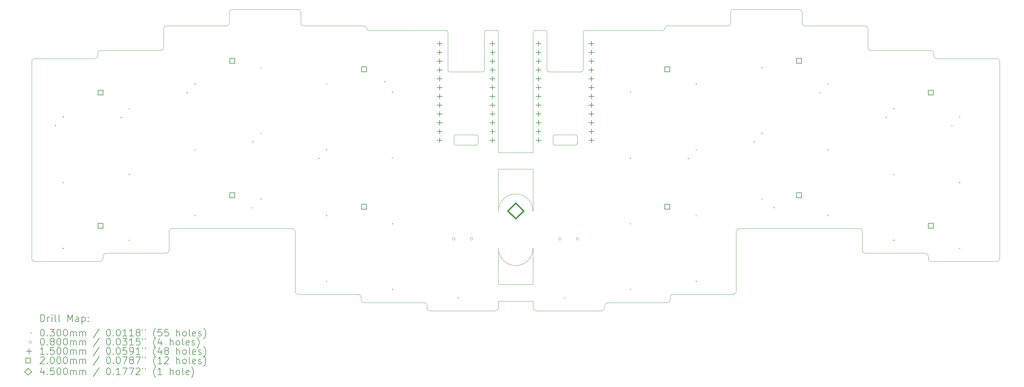
<source format=gbr>
%TF.GenerationSoftware,KiCad,Pcbnew,9.0.6*%
%TF.CreationDate,2025-12-03T13:22:57+03:00*%
%TF.ProjectId,KOMETA,4b4f4d45-5441-42e6-9b69-6361645f7063,rev?*%
%TF.SameCoordinates,Original*%
%TF.FileFunction,Drillmap*%
%TF.FilePolarity,Positive*%
%FSLAX45Y45*%
G04 Gerber Fmt 4.5, Leading zero omitted, Abs format (unit mm)*
G04 Created by KiCad (PCBNEW 9.0.6) date 2025-12-03 13:22:57*
%MOMM*%
%LPD*%
G01*
G04 APERTURE LIST*
%ADD10C,0.050000*%
%ADD11C,0.200000*%
%ADD12C,0.100000*%
%ADD13C,0.150000*%
%ADD14C,0.450000*%
G04 APERTURE END LIST*
D10*
X6770000Y-12250000D02*
X6770000Y-17950000D01*
X30730000Y-17160000D02*
X30730000Y-17712500D01*
X32870000Y-12170000D02*
G75*
G02*
X32790000Y-12090000I0J80000D01*
G01*
X21282958Y-11353500D02*
X21580004Y-11353500D01*
X20182958Y-11353500D02*
X19875000Y-11353500D01*
X25030000Y-11303011D02*
G75*
G02*
X24980011Y-11353010I-50000J1D01*
G01*
X27090000Y-17160000D02*
X27090000Y-18900000D01*
X18950000Y-14419919D02*
G75*
G02*
X19000000Y-14369920I50000J-1D01*
G01*
X18825000Y-12553500D02*
G75*
G02*
X18775000Y-12503500I0J50000D01*
G01*
X22680096Y-12496496D02*
X22680004Y-11403494D01*
X30810000Y-17792500D02*
G75*
G02*
X30730000Y-17712500I0J80000D01*
G01*
X22455100Y-14369919D02*
G75*
G02*
X22505100Y-14419919I0J-50001D01*
G01*
X32710000Y-11932500D02*
X30970000Y-11932500D01*
X30810000Y-11220000D02*
G75*
G02*
X30890000Y-11300000I0J-80000D01*
G01*
X6770000Y-12250000D02*
G75*
G02*
X6850000Y-12170000I80000J0D01*
G01*
X22455100Y-14369919D02*
X21855100Y-14369919D01*
X14450000Y-10745000D02*
X12550000Y-10745000D01*
X10570000Y-11300000D02*
G75*
G02*
X10650000Y-11220000I80000J0D01*
G01*
X26930000Y-11140000D02*
G75*
G02*
X26850000Y-11220000I-80000J0D01*
G01*
X18090000Y-19218000D02*
G75*
G02*
X18170000Y-19298000I0J-80000D01*
G01*
X20230000Y-16580000D02*
G75*
G02*
X20730000Y-16080000I500000J0D01*
G01*
X18775000Y-12503500D02*
X18775000Y-11403425D01*
X8910000Y-17792500D02*
X10650000Y-17792500D01*
X32710000Y-18030000D02*
X34610000Y-18030000D01*
X8670000Y-12012500D02*
G75*
G02*
X8750000Y-11932500I80000J0D01*
G01*
X23290000Y-19347500D02*
X23290000Y-19375000D01*
X21805100Y-14619919D02*
X21805100Y-14419919D01*
X18825000Y-12553500D02*
X19775000Y-12553500D01*
X12470000Y-11140000D02*
G75*
G02*
X12390000Y-11220000I-80000J0D01*
G01*
X14290000Y-17080000D02*
G75*
G02*
X14370000Y-17160000I0J-80000D01*
G01*
X21630096Y-12496504D02*
X21630004Y-11403496D01*
X21230000Y-15362400D02*
X21230000Y-16580000D01*
X16479925Y-11350074D02*
X18725075Y-11353425D01*
X12470000Y-11140000D02*
X12470000Y-10825000D01*
X25190000Y-19060000D02*
X25190000Y-19138000D01*
X20730000Y-18150000D02*
G75*
G02*
X20230000Y-17650000I0J500000D01*
G01*
X10570000Y-11852500D02*
X10570000Y-11300000D01*
X18950000Y-14619919D02*
X18950000Y-14419919D01*
X26930000Y-10825000D02*
G75*
G02*
X27010000Y-10745000I80000J0D01*
G01*
X19000000Y-14669919D02*
G75*
G02*
X18950001Y-14619919I0J50000D01*
G01*
X20230000Y-19375000D02*
X20230000Y-19175000D01*
X25270000Y-18980000D02*
X27010000Y-18980000D01*
X20230000Y-19375000D02*
G75*
G02*
X20150000Y-19455000I-80000J0D01*
G01*
X25190000Y-19138000D02*
G75*
G02*
X25110000Y-19218000I-80000J0D01*
G01*
X21230000Y-19375000D02*
X21230000Y-19175000D01*
X8670000Y-12090000D02*
X8670000Y-12012500D01*
X8750000Y-18030000D02*
X6850000Y-18030000D01*
X21805100Y-14419919D02*
G75*
G02*
X21855100Y-14369920I50000J-1D01*
G01*
X8750000Y-11932500D02*
X10490000Y-11932500D01*
X25110000Y-11220000D02*
X26850000Y-11220000D01*
X32710000Y-11932500D02*
G75*
G02*
X32790000Y-12012500I0J-80000D01*
G01*
X10570000Y-11852500D02*
G75*
G02*
X10490000Y-11932500I-80000J0D01*
G01*
X10730000Y-17160000D02*
X10730000Y-17712500D01*
X23290000Y-19347500D02*
G75*
G02*
X23420000Y-19217500I130000J0D01*
G01*
X16350000Y-19217500D02*
G75*
G02*
X16270000Y-19137500I0J80000D01*
G01*
X21232958Y-11403457D02*
G75*
G02*
X21282958Y-11353497I50003J-43D01*
G01*
X22680096Y-12496496D02*
G75*
G02*
X22630096Y-12546506I-50006J-4D01*
G01*
X16479925Y-11350074D02*
G75*
G02*
X16430005Y-11300075I75J49995D01*
G01*
X14450000Y-18980000D02*
G75*
G02*
X14370000Y-18900000I0J80000D01*
G01*
X28990000Y-11140000D02*
X28990000Y-10825000D01*
X14290000Y-17080000D02*
X10810000Y-17080000D01*
X20230000Y-14882400D02*
X20232958Y-11403542D01*
X12390000Y-11220000D02*
X10650000Y-11220000D01*
X32790000Y-12090000D02*
X32790000Y-12012500D01*
X32710000Y-18030000D02*
G75*
G02*
X32630000Y-17950000I0J80000D01*
G01*
X14610000Y-11220000D02*
G75*
G02*
X14530000Y-11140000I0J80000D01*
G01*
X19600000Y-14369919D02*
X19000000Y-14369919D01*
X8670000Y-12090000D02*
G75*
G02*
X8590000Y-12170000I-80000J0D01*
G01*
X20730000Y-16080000D02*
G75*
G02*
X21230000Y-16580000I0J-500000D01*
G01*
X18090000Y-19217500D02*
X16350000Y-19217500D01*
X8830000Y-17872500D02*
G75*
G02*
X8910000Y-17792500I80000J0D01*
G01*
X23210000Y-19455000D02*
X21310000Y-19455000D01*
X16190000Y-18980000D02*
G75*
G02*
X16270000Y-19060000I0J-80000D01*
G01*
X16430000Y-11300000D02*
X16430000Y-11300075D01*
X8830000Y-17872500D02*
X8830000Y-17950000D01*
X19825000Y-11403500D02*
X19825000Y-12503500D01*
X21230000Y-15362400D02*
X20230000Y-15362400D01*
X10730000Y-17160000D02*
G75*
G02*
X10810000Y-17080000I80000J0D01*
G01*
X27090000Y-18900000D02*
G75*
G02*
X27010000Y-18980000I-80000J0D01*
G01*
X21230000Y-14882400D02*
X20230000Y-14882400D01*
X32550000Y-17792500D02*
X30810000Y-17792500D01*
X20230000Y-18695000D02*
X20230000Y-17650000D01*
X22505100Y-14619919D02*
X22505100Y-14419919D01*
X25030000Y-11300000D02*
X25030000Y-11303011D01*
X14370000Y-17160000D02*
X14370000Y-18900000D01*
X16270000Y-19060000D02*
X16270000Y-19137500D01*
X18170000Y-19298000D02*
X18170000Y-19375000D01*
X8830000Y-17950000D02*
G75*
G02*
X8750000Y-18030000I-80000J0D01*
G01*
X21680096Y-12546500D02*
X22630096Y-12546500D01*
X22680004Y-11403494D02*
G75*
G02*
X22729994Y-11353484I50006J4D01*
G01*
X30970000Y-11932500D02*
G75*
G02*
X30890000Y-11852500I0J80000D01*
G01*
X19825000Y-12503500D02*
G75*
G02*
X19775000Y-12553500I-50000J0D01*
G01*
X12470000Y-10825000D02*
G75*
G02*
X12550000Y-10745000I80000J0D01*
G01*
X34690000Y-17950000D02*
G75*
G02*
X34610000Y-18030000I-80000J0D01*
G01*
X22729994Y-11353489D02*
X24980011Y-11353011D01*
X21310000Y-19455000D02*
G75*
G02*
X21230000Y-19375000I0J80000D01*
G01*
X21580004Y-11353500D02*
G75*
G02*
X21630000Y-11403496I-4J-50000D01*
G01*
X16350000Y-11220000D02*
G75*
G02*
X16430000Y-11300000I0J-80000D01*
G01*
X21230000Y-14882400D02*
X21232958Y-11403457D01*
X19825000Y-11403500D02*
G75*
G02*
X19875000Y-11353500I50000J0D01*
G01*
X20182958Y-11353500D02*
G75*
G02*
X20232960Y-11403542I3J-50000D01*
G01*
X32630000Y-17872500D02*
X32630000Y-17950000D01*
X18250000Y-19455000D02*
X20150000Y-19455000D01*
X25190000Y-19060000D02*
G75*
G02*
X25270000Y-18980000I80000J0D01*
G01*
X10730000Y-17712500D02*
G75*
G02*
X10650000Y-17792500I-80000J0D01*
G01*
X23290000Y-19375000D02*
G75*
G02*
X23210000Y-19455000I-80000J0D01*
G01*
X23420000Y-19217500D02*
X25110000Y-19217500D01*
X22455100Y-14669919D02*
X21855100Y-14669919D01*
X18725075Y-11353425D02*
G75*
G02*
X18774995Y-11403425I-75J-49995D01*
G01*
X8590000Y-12170000D02*
X6850000Y-12170000D01*
X6850000Y-18030000D02*
G75*
G02*
X6770000Y-17950000I0J80000D01*
G01*
X30890000Y-11852500D02*
X30890000Y-11300000D01*
X27010000Y-10745000D02*
X28910000Y-10745000D01*
X29070000Y-11220000D02*
X30810000Y-11220000D01*
X20230000Y-15362400D02*
X20230000Y-16580000D01*
X34610000Y-12170000D02*
G75*
G02*
X34690000Y-12250000I0J-80000D01*
G01*
X27170000Y-17080000D02*
X30650000Y-17080000D01*
X19650000Y-14619919D02*
G75*
G02*
X19600000Y-14669920I-50000J-1D01*
G01*
X14530000Y-11140000D02*
X14530000Y-10825000D01*
X34690000Y-12250000D02*
X34690000Y-17950000D01*
X21230000Y-19175000D02*
X20230000Y-19175000D01*
X30650000Y-17080000D02*
G75*
G02*
X30730000Y-17160000I0J-80000D01*
G01*
X21230000Y-18695000D02*
X20230000Y-18695000D01*
X19600000Y-14369919D02*
G75*
G02*
X19650001Y-14419919I0J-50001D01*
G01*
X32550000Y-17792500D02*
G75*
G02*
X32630000Y-17872500I0J-80000D01*
G01*
X26930000Y-11140000D02*
X26930000Y-10825000D01*
X22505100Y-14619919D02*
G75*
G02*
X22455100Y-14669920I-50000J-1D01*
G01*
X16190000Y-18980000D02*
X14450000Y-18980000D01*
X29070000Y-11220000D02*
G75*
G02*
X28990000Y-11140000I0J80000D01*
G01*
X18250000Y-19455000D02*
G75*
G02*
X18170000Y-19375000I0J80000D01*
G01*
X21230000Y-18695000D02*
X21230000Y-17650000D01*
X21855100Y-14669919D02*
G75*
G02*
X21805101Y-14619919I0J50000D01*
G01*
X25030000Y-11300000D02*
G75*
G02*
X25110000Y-11220000I80000J0D01*
G01*
X19600000Y-14669919D02*
X19000000Y-14669919D01*
X27090000Y-17160000D02*
G75*
G02*
X27170000Y-17080000I80000J0D01*
G01*
X32870000Y-12170000D02*
X34610000Y-12170000D01*
X28910000Y-10745000D02*
G75*
G02*
X28990000Y-10825000I0J-80000D01*
G01*
X21680096Y-12546500D02*
G75*
G02*
X21630100Y-12496504I4J50000D01*
G01*
X19650000Y-14619919D02*
X19650000Y-14419919D01*
X16350000Y-11220000D02*
X14610000Y-11220000D01*
X21230000Y-17650000D02*
G75*
G02*
X20730000Y-18150000I-500000J0D01*
G01*
X14450000Y-10745000D02*
G75*
G02*
X14530000Y-10825000I0J-80000D01*
G01*
D11*
D12*
X7435000Y-14085000D02*
X7465000Y-14115000D01*
X7465000Y-14085000D02*
X7435000Y-14115000D01*
X7660000Y-13835000D02*
X7690000Y-13865000D01*
X7690000Y-13835000D02*
X7660000Y-13865000D01*
X7660000Y-15735000D02*
X7690000Y-15765000D01*
X7690000Y-15735000D02*
X7660000Y-15765000D01*
X7660000Y-17635000D02*
X7690000Y-17665000D01*
X7690000Y-17635000D02*
X7660000Y-17665000D01*
X9335000Y-13850000D02*
X9365000Y-13880000D01*
X9365000Y-13850000D02*
X9335000Y-13880000D01*
X9560000Y-13597500D02*
X9590000Y-13627500D01*
X9590000Y-13597500D02*
X9560000Y-13627500D01*
X9560000Y-15497500D02*
X9590000Y-15527500D01*
X9590000Y-15497500D02*
X9560000Y-15527500D01*
X9560000Y-17397500D02*
X9590000Y-17427500D01*
X9590000Y-17397500D02*
X9560000Y-17427500D01*
X11235000Y-13135000D02*
X11265000Y-13165000D01*
X11265000Y-13135000D02*
X11235000Y-13165000D01*
X11460000Y-12885000D02*
X11490000Y-12915000D01*
X11490000Y-12885000D02*
X11460000Y-12915000D01*
X11460000Y-14785000D02*
X11490000Y-14815000D01*
X11490000Y-14785000D02*
X11460000Y-14815000D01*
X11460000Y-16685000D02*
X11490000Y-16715000D01*
X11490000Y-16685000D02*
X11460000Y-16715000D01*
X13115000Y-16460000D02*
X13145000Y-16490000D01*
X13145000Y-16460000D02*
X13115000Y-16490000D01*
X13135000Y-14560000D02*
X13165000Y-14590000D01*
X13165000Y-14560000D02*
X13135000Y-14590000D01*
X13360000Y-12410000D02*
X13390000Y-12440000D01*
X13390000Y-12410000D02*
X13360000Y-12440000D01*
X13360000Y-14310000D02*
X13390000Y-14340000D01*
X13390000Y-14310000D02*
X13360000Y-14340000D01*
X13360000Y-16210000D02*
X13390000Y-16240000D01*
X13390000Y-16210000D02*
X13360000Y-16240000D01*
X15035000Y-15035000D02*
X15065000Y-15065000D01*
X15065000Y-15035000D02*
X15035000Y-15065000D01*
X15260000Y-12885000D02*
X15290000Y-12915000D01*
X15290000Y-12885000D02*
X15260000Y-12915000D01*
X15260000Y-14785000D02*
X15290000Y-14815000D01*
X15290000Y-14785000D02*
X15260000Y-14815000D01*
X15260000Y-16685000D02*
X15290000Y-16715000D01*
X15290000Y-16685000D02*
X15260000Y-16715000D01*
X15260000Y-18585000D02*
X15290000Y-18615000D01*
X15290000Y-18585000D02*
X15260000Y-18615000D01*
X16935000Y-12815000D02*
X16965000Y-12845000D01*
X16965000Y-12815000D02*
X16935000Y-12845000D01*
X17160000Y-13122500D02*
X17190000Y-13152500D01*
X17190000Y-13122500D02*
X17160000Y-13152500D01*
X17160000Y-15022500D02*
X17190000Y-15052500D01*
X17190000Y-15022500D02*
X17160000Y-15052500D01*
X17160000Y-16922500D02*
X17190000Y-16952500D01*
X17190000Y-16922500D02*
X17160000Y-16952500D01*
X17160000Y-18822500D02*
X17190000Y-18852500D01*
X17190000Y-18822500D02*
X17160000Y-18852500D01*
X19060000Y-19060100D02*
X19090000Y-19090100D01*
X19090000Y-19060100D02*
X19060000Y-19090100D01*
X22120000Y-19060100D02*
X22150000Y-19090100D01*
X22150000Y-19060100D02*
X22120000Y-19090100D01*
X24020000Y-13122500D02*
X24050000Y-13152500D01*
X24050000Y-13122500D02*
X24020000Y-13152500D01*
X24020000Y-15022500D02*
X24050000Y-15052500D01*
X24050000Y-15022500D02*
X24020000Y-15052500D01*
X24020000Y-16922500D02*
X24050000Y-16952500D01*
X24050000Y-16922500D02*
X24020000Y-16952500D01*
X24020000Y-18822500D02*
X24050000Y-18852500D01*
X24050000Y-18822500D02*
X24020000Y-18852500D01*
X25695000Y-15035000D02*
X25725000Y-15065000D01*
X25725000Y-15035000D02*
X25695000Y-15065000D01*
X25920000Y-12885000D02*
X25950000Y-12915000D01*
X25950000Y-12885000D02*
X25920000Y-12915000D01*
X25920000Y-14785000D02*
X25950000Y-14815000D01*
X25950000Y-14785000D02*
X25920000Y-14815000D01*
X25920000Y-16685000D02*
X25950000Y-16715000D01*
X25950000Y-16685000D02*
X25920000Y-16715000D01*
X25920000Y-18585000D02*
X25950000Y-18615000D01*
X25950000Y-18585000D02*
X25920000Y-18615000D01*
X27595000Y-14560000D02*
X27625000Y-14590000D01*
X27625000Y-14560000D02*
X27595000Y-14590000D01*
X27820000Y-12410000D02*
X27850000Y-12440000D01*
X27850000Y-12410000D02*
X27820000Y-12440000D01*
X27820000Y-14310000D02*
X27850000Y-14340000D01*
X27850000Y-14310000D02*
X27820000Y-14340000D01*
X27820000Y-16210000D02*
X27850000Y-16240000D01*
X27850000Y-16210000D02*
X27820000Y-16240000D01*
X28165000Y-16460000D02*
X28195000Y-16490000D01*
X28195000Y-16460000D02*
X28165000Y-16490000D01*
X29495000Y-13135000D02*
X29525000Y-13165000D01*
X29525000Y-13135000D02*
X29495000Y-13165000D01*
X29720000Y-12885000D02*
X29750000Y-12915000D01*
X29750000Y-12885000D02*
X29720000Y-12915000D01*
X29720000Y-14785000D02*
X29750000Y-14815000D01*
X29750000Y-14785000D02*
X29720000Y-14815000D01*
X29720000Y-16685000D02*
X29750000Y-16715000D01*
X29750000Y-16685000D02*
X29720000Y-16715000D01*
X31395000Y-13845000D02*
X31425000Y-13875000D01*
X31425000Y-13845000D02*
X31395000Y-13875000D01*
X31620000Y-13597500D02*
X31650000Y-13627500D01*
X31650000Y-13597500D02*
X31620000Y-13627500D01*
X31620000Y-15497500D02*
X31650000Y-15527500D01*
X31650000Y-15497500D02*
X31620000Y-15527500D01*
X31620000Y-17397500D02*
X31650000Y-17427500D01*
X31650000Y-17397500D02*
X31620000Y-17427500D01*
X33295000Y-14085000D02*
X33325000Y-14115000D01*
X33325000Y-14085000D02*
X33295000Y-14115000D01*
X33520000Y-13835000D02*
X33550000Y-13865000D01*
X33550000Y-13835000D02*
X33520000Y-13865000D01*
X33520000Y-15735000D02*
X33550000Y-15765000D01*
X33550000Y-15735000D02*
X33520000Y-15765000D01*
X33520000Y-17635000D02*
X33550000Y-17665000D01*
X33550000Y-17635000D02*
X33520000Y-17665000D01*
X18986000Y-17375000D02*
G75*
G02*
X18906000Y-17375000I-40000J0D01*
G01*
X18906000Y-17375000D02*
G75*
G02*
X18986000Y-17375000I40000J0D01*
G01*
X19494000Y-17375000D02*
G75*
G02*
X19414000Y-17375000I-40000J0D01*
G01*
X19414000Y-17375000D02*
G75*
G02*
X19494000Y-17375000I40000J0D01*
G01*
X22046000Y-17375000D02*
G75*
G02*
X21966000Y-17375000I-40000J0D01*
G01*
X21966000Y-17375000D02*
G75*
G02*
X22046000Y-17375000I40000J0D01*
G01*
X22554000Y-17375000D02*
G75*
G02*
X22474000Y-17375000I-40000J0D01*
G01*
X22474000Y-17375000D02*
G75*
G02*
X22554000Y-17375000I40000J0D01*
G01*
D13*
X18536754Y-11658419D02*
X18536754Y-11808419D01*
X18461754Y-11733419D02*
X18611754Y-11733419D01*
X18536754Y-11912419D02*
X18536754Y-12062419D01*
X18461754Y-11987419D02*
X18611754Y-11987419D01*
X18536754Y-12166419D02*
X18536754Y-12316419D01*
X18461754Y-12241419D02*
X18611754Y-12241419D01*
X18536754Y-12420419D02*
X18536754Y-12570419D01*
X18461754Y-12495419D02*
X18611754Y-12495419D01*
X18536754Y-12674419D02*
X18536754Y-12824419D01*
X18461754Y-12749419D02*
X18611754Y-12749419D01*
X18536754Y-12928419D02*
X18536754Y-13078419D01*
X18461754Y-13003419D02*
X18611754Y-13003419D01*
X18536754Y-13182419D02*
X18536754Y-13332419D01*
X18461754Y-13257419D02*
X18611754Y-13257419D01*
X18536754Y-13436419D02*
X18536754Y-13586419D01*
X18461754Y-13511419D02*
X18611754Y-13511419D01*
X18536754Y-13690419D02*
X18536754Y-13840419D01*
X18461754Y-13765419D02*
X18611754Y-13765419D01*
X18536754Y-13944419D02*
X18536754Y-14094419D01*
X18461754Y-14019419D02*
X18611754Y-14019419D01*
X18536754Y-14198419D02*
X18536754Y-14348419D01*
X18461754Y-14273419D02*
X18611754Y-14273419D01*
X18536754Y-14452419D02*
X18536754Y-14602419D01*
X18461754Y-14527419D02*
X18611754Y-14527419D01*
X20060754Y-11658419D02*
X20060754Y-11808419D01*
X19985754Y-11733419D02*
X20135754Y-11733419D01*
X20060754Y-11912419D02*
X20060754Y-12062419D01*
X19985754Y-11987419D02*
X20135754Y-11987419D01*
X20060754Y-12166419D02*
X20060754Y-12316419D01*
X19985754Y-12241419D02*
X20135754Y-12241419D01*
X20060754Y-12420419D02*
X20060754Y-12570419D01*
X19985754Y-12495419D02*
X20135754Y-12495419D01*
X20060754Y-12674419D02*
X20060754Y-12824419D01*
X19985754Y-12749419D02*
X20135754Y-12749419D01*
X20060754Y-12928419D02*
X20060754Y-13078419D01*
X19985754Y-13003419D02*
X20135754Y-13003419D01*
X20060754Y-13182419D02*
X20060754Y-13332419D01*
X19985754Y-13257419D02*
X20135754Y-13257419D01*
X20060754Y-13436419D02*
X20060754Y-13586419D01*
X19985754Y-13511419D02*
X20135754Y-13511419D01*
X20060754Y-13690419D02*
X20060754Y-13840419D01*
X19985754Y-13765419D02*
X20135754Y-13765419D01*
X20060754Y-13944419D02*
X20060754Y-14094419D01*
X19985754Y-14019419D02*
X20135754Y-14019419D01*
X20060754Y-14198419D02*
X20060754Y-14348419D01*
X19985754Y-14273419D02*
X20135754Y-14273419D01*
X20060754Y-14452419D02*
X20060754Y-14602419D01*
X19985754Y-14527419D02*
X20135754Y-14527419D01*
X21391854Y-11658419D02*
X21391854Y-11808419D01*
X21316854Y-11733419D02*
X21466854Y-11733419D01*
X21391854Y-11912419D02*
X21391854Y-12062419D01*
X21316854Y-11987419D02*
X21466854Y-11987419D01*
X21391854Y-12166419D02*
X21391854Y-12316419D01*
X21316854Y-12241419D02*
X21466854Y-12241419D01*
X21391854Y-12420419D02*
X21391854Y-12570419D01*
X21316854Y-12495419D02*
X21466854Y-12495419D01*
X21391854Y-12674419D02*
X21391854Y-12824419D01*
X21316854Y-12749419D02*
X21466854Y-12749419D01*
X21391854Y-12928419D02*
X21391854Y-13078419D01*
X21316854Y-13003419D02*
X21466854Y-13003419D01*
X21391854Y-13182419D02*
X21391854Y-13332419D01*
X21316854Y-13257419D02*
X21466854Y-13257419D01*
X21391854Y-13436419D02*
X21391854Y-13586419D01*
X21316854Y-13511419D02*
X21466854Y-13511419D01*
X21391854Y-13690419D02*
X21391854Y-13840419D01*
X21316854Y-13765419D02*
X21466854Y-13765419D01*
X21391854Y-13944419D02*
X21391854Y-14094419D01*
X21316854Y-14019419D02*
X21466854Y-14019419D01*
X21391854Y-14198419D02*
X21391854Y-14348419D01*
X21316854Y-14273419D02*
X21466854Y-14273419D01*
X21391854Y-14452419D02*
X21391854Y-14602419D01*
X21316854Y-14527419D02*
X21466854Y-14527419D01*
X22915854Y-11658419D02*
X22915854Y-11808419D01*
X22840854Y-11733419D02*
X22990854Y-11733419D01*
X22915854Y-11912419D02*
X22915854Y-12062419D01*
X22840854Y-11987419D02*
X22990854Y-11987419D01*
X22915854Y-12166419D02*
X22915854Y-12316419D01*
X22840854Y-12241419D02*
X22990854Y-12241419D01*
X22915854Y-12420419D02*
X22915854Y-12570419D01*
X22840854Y-12495419D02*
X22990854Y-12495419D01*
X22915854Y-12674419D02*
X22915854Y-12824419D01*
X22840854Y-12749419D02*
X22990854Y-12749419D01*
X22915854Y-12928419D02*
X22915854Y-13078419D01*
X22840854Y-13003419D02*
X22990854Y-13003419D01*
X22915854Y-13182419D02*
X22915854Y-13332419D01*
X22840854Y-13257419D02*
X22990854Y-13257419D01*
X22915854Y-13436419D02*
X22915854Y-13586419D01*
X22840854Y-13511419D02*
X22990854Y-13511419D01*
X22915854Y-13690419D02*
X22915854Y-13840419D01*
X22840854Y-13765419D02*
X22990854Y-13765419D01*
X22915854Y-13944419D02*
X22915854Y-14094419D01*
X22840854Y-14019419D02*
X22990854Y-14019419D01*
X22915854Y-14198419D02*
X22915854Y-14348419D01*
X22840854Y-14273419D02*
X22990854Y-14273419D01*
X22915854Y-14452419D02*
X22915854Y-14602419D01*
X22840854Y-14527419D02*
X22990854Y-14527419D01*
D11*
X8825511Y-17070711D02*
X8825511Y-16929289D01*
X8684089Y-16929289D01*
X8684089Y-17070711D01*
X8825511Y-17070711D01*
X8825711Y-13220711D02*
X8825711Y-13079289D01*
X8684289Y-13079289D01*
X8684289Y-13220711D01*
X8825711Y-13220711D01*
X12625711Y-12300711D02*
X12625711Y-12159289D01*
X12484289Y-12159289D01*
X12484289Y-12300711D01*
X12625711Y-12300711D01*
X12625711Y-16190711D02*
X12625711Y-16049289D01*
X12484289Y-16049289D01*
X12484289Y-16190711D01*
X12625711Y-16190711D01*
X16425711Y-12550711D02*
X16425711Y-12409289D01*
X16284289Y-12409289D01*
X16284289Y-12550711D01*
X16425711Y-12550711D01*
X16425711Y-16520711D02*
X16425711Y-16379289D01*
X16284289Y-16379289D01*
X16284289Y-16520711D01*
X16425711Y-16520711D01*
X25175711Y-12550711D02*
X25175711Y-12409289D01*
X25034289Y-12409289D01*
X25034289Y-12550711D01*
X25175711Y-12550711D01*
X25175711Y-16520711D02*
X25175711Y-16379289D01*
X25034289Y-16379289D01*
X25034289Y-16520711D01*
X25175711Y-16520711D01*
X28975711Y-12300711D02*
X28975711Y-12159289D01*
X28834289Y-12159289D01*
X28834289Y-12300711D01*
X28975711Y-12300711D01*
X28975711Y-16190711D02*
X28975711Y-16049289D01*
X28834289Y-16049289D01*
X28834289Y-16190711D01*
X28975711Y-16190711D01*
X32775711Y-13220711D02*
X32775711Y-13079289D01*
X32634289Y-13079289D01*
X32634289Y-13220711D01*
X32775711Y-13220711D01*
X32775711Y-17070711D02*
X32775711Y-16929289D01*
X32634289Y-16929289D01*
X32634289Y-17070711D01*
X32775711Y-17070711D01*
D14*
X20730000Y-16795000D02*
X20955000Y-16570000D01*
X20730000Y-16345000D01*
X20505000Y-16570000D01*
X20730000Y-16795000D01*
D11*
X7028277Y-19768984D02*
X7028277Y-19568984D01*
X7028277Y-19568984D02*
X7075896Y-19568984D01*
X7075896Y-19568984D02*
X7104467Y-19578508D01*
X7104467Y-19578508D02*
X7123515Y-19597555D01*
X7123515Y-19597555D02*
X7133039Y-19616603D01*
X7133039Y-19616603D02*
X7142562Y-19654698D01*
X7142562Y-19654698D02*
X7142562Y-19683270D01*
X7142562Y-19683270D02*
X7133039Y-19721365D01*
X7133039Y-19721365D02*
X7123515Y-19740412D01*
X7123515Y-19740412D02*
X7104467Y-19759460D01*
X7104467Y-19759460D02*
X7075896Y-19768984D01*
X7075896Y-19768984D02*
X7028277Y-19768984D01*
X7228277Y-19768984D02*
X7228277Y-19635651D01*
X7228277Y-19673746D02*
X7237801Y-19654698D01*
X7237801Y-19654698D02*
X7247324Y-19645174D01*
X7247324Y-19645174D02*
X7266372Y-19635651D01*
X7266372Y-19635651D02*
X7285420Y-19635651D01*
X7352086Y-19768984D02*
X7352086Y-19635651D01*
X7352086Y-19568984D02*
X7342562Y-19578508D01*
X7342562Y-19578508D02*
X7352086Y-19588032D01*
X7352086Y-19588032D02*
X7361610Y-19578508D01*
X7361610Y-19578508D02*
X7352086Y-19568984D01*
X7352086Y-19568984D02*
X7352086Y-19588032D01*
X7475896Y-19768984D02*
X7456848Y-19759460D01*
X7456848Y-19759460D02*
X7447324Y-19740412D01*
X7447324Y-19740412D02*
X7447324Y-19568984D01*
X7580658Y-19768984D02*
X7561610Y-19759460D01*
X7561610Y-19759460D02*
X7552086Y-19740412D01*
X7552086Y-19740412D02*
X7552086Y-19568984D01*
X7809229Y-19768984D02*
X7809229Y-19568984D01*
X7809229Y-19568984D02*
X7875896Y-19711841D01*
X7875896Y-19711841D02*
X7942562Y-19568984D01*
X7942562Y-19568984D02*
X7942562Y-19768984D01*
X8123515Y-19768984D02*
X8123515Y-19664222D01*
X8123515Y-19664222D02*
X8113991Y-19645174D01*
X8113991Y-19645174D02*
X8094943Y-19635651D01*
X8094943Y-19635651D02*
X8056848Y-19635651D01*
X8056848Y-19635651D02*
X8037801Y-19645174D01*
X8123515Y-19759460D02*
X8104467Y-19768984D01*
X8104467Y-19768984D02*
X8056848Y-19768984D01*
X8056848Y-19768984D02*
X8037801Y-19759460D01*
X8037801Y-19759460D02*
X8028277Y-19740412D01*
X8028277Y-19740412D02*
X8028277Y-19721365D01*
X8028277Y-19721365D02*
X8037801Y-19702317D01*
X8037801Y-19702317D02*
X8056848Y-19692793D01*
X8056848Y-19692793D02*
X8104467Y-19692793D01*
X8104467Y-19692793D02*
X8123515Y-19683270D01*
X8218753Y-19635651D02*
X8218753Y-19835651D01*
X8218753Y-19645174D02*
X8237801Y-19635651D01*
X8237801Y-19635651D02*
X8275896Y-19635651D01*
X8275896Y-19635651D02*
X8294943Y-19645174D01*
X8294943Y-19645174D02*
X8304467Y-19654698D01*
X8304467Y-19654698D02*
X8313991Y-19673746D01*
X8313991Y-19673746D02*
X8313991Y-19730889D01*
X8313991Y-19730889D02*
X8304467Y-19749936D01*
X8304467Y-19749936D02*
X8294943Y-19759460D01*
X8294943Y-19759460D02*
X8275896Y-19768984D01*
X8275896Y-19768984D02*
X8237801Y-19768984D01*
X8237801Y-19768984D02*
X8218753Y-19759460D01*
X8399705Y-19749936D02*
X8409229Y-19759460D01*
X8409229Y-19759460D02*
X8399705Y-19768984D01*
X8399705Y-19768984D02*
X8390182Y-19759460D01*
X8390182Y-19759460D02*
X8399705Y-19749936D01*
X8399705Y-19749936D02*
X8399705Y-19768984D01*
X8399705Y-19645174D02*
X8409229Y-19654698D01*
X8409229Y-19654698D02*
X8399705Y-19664222D01*
X8399705Y-19664222D02*
X8390182Y-19654698D01*
X8390182Y-19654698D02*
X8399705Y-19645174D01*
X8399705Y-19645174D02*
X8399705Y-19664222D01*
D12*
X6737500Y-20082500D02*
X6767500Y-20112500D01*
X6767500Y-20082500D02*
X6737500Y-20112500D01*
D11*
X7066372Y-19988984D02*
X7085420Y-19988984D01*
X7085420Y-19988984D02*
X7104467Y-19998508D01*
X7104467Y-19998508D02*
X7113991Y-20008032D01*
X7113991Y-20008032D02*
X7123515Y-20027079D01*
X7123515Y-20027079D02*
X7133039Y-20065174D01*
X7133039Y-20065174D02*
X7133039Y-20112793D01*
X7133039Y-20112793D02*
X7123515Y-20150889D01*
X7123515Y-20150889D02*
X7113991Y-20169936D01*
X7113991Y-20169936D02*
X7104467Y-20179460D01*
X7104467Y-20179460D02*
X7085420Y-20188984D01*
X7085420Y-20188984D02*
X7066372Y-20188984D01*
X7066372Y-20188984D02*
X7047324Y-20179460D01*
X7047324Y-20179460D02*
X7037801Y-20169936D01*
X7037801Y-20169936D02*
X7028277Y-20150889D01*
X7028277Y-20150889D02*
X7018753Y-20112793D01*
X7018753Y-20112793D02*
X7018753Y-20065174D01*
X7018753Y-20065174D02*
X7028277Y-20027079D01*
X7028277Y-20027079D02*
X7037801Y-20008032D01*
X7037801Y-20008032D02*
X7047324Y-19998508D01*
X7047324Y-19998508D02*
X7066372Y-19988984D01*
X7218753Y-20169936D02*
X7228277Y-20179460D01*
X7228277Y-20179460D02*
X7218753Y-20188984D01*
X7218753Y-20188984D02*
X7209229Y-20179460D01*
X7209229Y-20179460D02*
X7218753Y-20169936D01*
X7218753Y-20169936D02*
X7218753Y-20188984D01*
X7294943Y-19988984D02*
X7418753Y-19988984D01*
X7418753Y-19988984D02*
X7352086Y-20065174D01*
X7352086Y-20065174D02*
X7380658Y-20065174D01*
X7380658Y-20065174D02*
X7399705Y-20074698D01*
X7399705Y-20074698D02*
X7409229Y-20084222D01*
X7409229Y-20084222D02*
X7418753Y-20103270D01*
X7418753Y-20103270D02*
X7418753Y-20150889D01*
X7418753Y-20150889D02*
X7409229Y-20169936D01*
X7409229Y-20169936D02*
X7399705Y-20179460D01*
X7399705Y-20179460D02*
X7380658Y-20188984D01*
X7380658Y-20188984D02*
X7323515Y-20188984D01*
X7323515Y-20188984D02*
X7304467Y-20179460D01*
X7304467Y-20179460D02*
X7294943Y-20169936D01*
X7542562Y-19988984D02*
X7561610Y-19988984D01*
X7561610Y-19988984D02*
X7580658Y-19998508D01*
X7580658Y-19998508D02*
X7590182Y-20008032D01*
X7590182Y-20008032D02*
X7599705Y-20027079D01*
X7599705Y-20027079D02*
X7609229Y-20065174D01*
X7609229Y-20065174D02*
X7609229Y-20112793D01*
X7609229Y-20112793D02*
X7599705Y-20150889D01*
X7599705Y-20150889D02*
X7590182Y-20169936D01*
X7590182Y-20169936D02*
X7580658Y-20179460D01*
X7580658Y-20179460D02*
X7561610Y-20188984D01*
X7561610Y-20188984D02*
X7542562Y-20188984D01*
X7542562Y-20188984D02*
X7523515Y-20179460D01*
X7523515Y-20179460D02*
X7513991Y-20169936D01*
X7513991Y-20169936D02*
X7504467Y-20150889D01*
X7504467Y-20150889D02*
X7494943Y-20112793D01*
X7494943Y-20112793D02*
X7494943Y-20065174D01*
X7494943Y-20065174D02*
X7504467Y-20027079D01*
X7504467Y-20027079D02*
X7513991Y-20008032D01*
X7513991Y-20008032D02*
X7523515Y-19998508D01*
X7523515Y-19998508D02*
X7542562Y-19988984D01*
X7733039Y-19988984D02*
X7752086Y-19988984D01*
X7752086Y-19988984D02*
X7771134Y-19998508D01*
X7771134Y-19998508D02*
X7780658Y-20008032D01*
X7780658Y-20008032D02*
X7790182Y-20027079D01*
X7790182Y-20027079D02*
X7799705Y-20065174D01*
X7799705Y-20065174D02*
X7799705Y-20112793D01*
X7799705Y-20112793D02*
X7790182Y-20150889D01*
X7790182Y-20150889D02*
X7780658Y-20169936D01*
X7780658Y-20169936D02*
X7771134Y-20179460D01*
X7771134Y-20179460D02*
X7752086Y-20188984D01*
X7752086Y-20188984D02*
X7733039Y-20188984D01*
X7733039Y-20188984D02*
X7713991Y-20179460D01*
X7713991Y-20179460D02*
X7704467Y-20169936D01*
X7704467Y-20169936D02*
X7694943Y-20150889D01*
X7694943Y-20150889D02*
X7685420Y-20112793D01*
X7685420Y-20112793D02*
X7685420Y-20065174D01*
X7685420Y-20065174D02*
X7694943Y-20027079D01*
X7694943Y-20027079D02*
X7704467Y-20008032D01*
X7704467Y-20008032D02*
X7713991Y-19998508D01*
X7713991Y-19998508D02*
X7733039Y-19988984D01*
X7885420Y-20188984D02*
X7885420Y-20055651D01*
X7885420Y-20074698D02*
X7894943Y-20065174D01*
X7894943Y-20065174D02*
X7913991Y-20055651D01*
X7913991Y-20055651D02*
X7942563Y-20055651D01*
X7942563Y-20055651D02*
X7961610Y-20065174D01*
X7961610Y-20065174D02*
X7971134Y-20084222D01*
X7971134Y-20084222D02*
X7971134Y-20188984D01*
X7971134Y-20084222D02*
X7980658Y-20065174D01*
X7980658Y-20065174D02*
X7999705Y-20055651D01*
X7999705Y-20055651D02*
X8028277Y-20055651D01*
X8028277Y-20055651D02*
X8047324Y-20065174D01*
X8047324Y-20065174D02*
X8056848Y-20084222D01*
X8056848Y-20084222D02*
X8056848Y-20188984D01*
X8152086Y-20188984D02*
X8152086Y-20055651D01*
X8152086Y-20074698D02*
X8161610Y-20065174D01*
X8161610Y-20065174D02*
X8180658Y-20055651D01*
X8180658Y-20055651D02*
X8209229Y-20055651D01*
X8209229Y-20055651D02*
X8228277Y-20065174D01*
X8228277Y-20065174D02*
X8237801Y-20084222D01*
X8237801Y-20084222D02*
X8237801Y-20188984D01*
X8237801Y-20084222D02*
X8247324Y-20065174D01*
X8247324Y-20065174D02*
X8266372Y-20055651D01*
X8266372Y-20055651D02*
X8294943Y-20055651D01*
X8294943Y-20055651D02*
X8313991Y-20065174D01*
X8313991Y-20065174D02*
X8323515Y-20084222D01*
X8323515Y-20084222D02*
X8323515Y-20188984D01*
X8713991Y-19979460D02*
X8542563Y-20236603D01*
X8971134Y-19988984D02*
X8990182Y-19988984D01*
X8990182Y-19988984D02*
X9009229Y-19998508D01*
X9009229Y-19998508D02*
X9018753Y-20008032D01*
X9018753Y-20008032D02*
X9028277Y-20027079D01*
X9028277Y-20027079D02*
X9037801Y-20065174D01*
X9037801Y-20065174D02*
X9037801Y-20112793D01*
X9037801Y-20112793D02*
X9028277Y-20150889D01*
X9028277Y-20150889D02*
X9018753Y-20169936D01*
X9018753Y-20169936D02*
X9009229Y-20179460D01*
X9009229Y-20179460D02*
X8990182Y-20188984D01*
X8990182Y-20188984D02*
X8971134Y-20188984D01*
X8971134Y-20188984D02*
X8952087Y-20179460D01*
X8952087Y-20179460D02*
X8942563Y-20169936D01*
X8942563Y-20169936D02*
X8933039Y-20150889D01*
X8933039Y-20150889D02*
X8923515Y-20112793D01*
X8923515Y-20112793D02*
X8923515Y-20065174D01*
X8923515Y-20065174D02*
X8933039Y-20027079D01*
X8933039Y-20027079D02*
X8942563Y-20008032D01*
X8942563Y-20008032D02*
X8952087Y-19998508D01*
X8952087Y-19998508D02*
X8971134Y-19988984D01*
X9123515Y-20169936D02*
X9133039Y-20179460D01*
X9133039Y-20179460D02*
X9123515Y-20188984D01*
X9123515Y-20188984D02*
X9113991Y-20179460D01*
X9113991Y-20179460D02*
X9123515Y-20169936D01*
X9123515Y-20169936D02*
X9123515Y-20188984D01*
X9256848Y-19988984D02*
X9275896Y-19988984D01*
X9275896Y-19988984D02*
X9294944Y-19998508D01*
X9294944Y-19998508D02*
X9304468Y-20008032D01*
X9304468Y-20008032D02*
X9313991Y-20027079D01*
X9313991Y-20027079D02*
X9323515Y-20065174D01*
X9323515Y-20065174D02*
X9323515Y-20112793D01*
X9323515Y-20112793D02*
X9313991Y-20150889D01*
X9313991Y-20150889D02*
X9304468Y-20169936D01*
X9304468Y-20169936D02*
X9294944Y-20179460D01*
X9294944Y-20179460D02*
X9275896Y-20188984D01*
X9275896Y-20188984D02*
X9256848Y-20188984D01*
X9256848Y-20188984D02*
X9237801Y-20179460D01*
X9237801Y-20179460D02*
X9228277Y-20169936D01*
X9228277Y-20169936D02*
X9218753Y-20150889D01*
X9218753Y-20150889D02*
X9209229Y-20112793D01*
X9209229Y-20112793D02*
X9209229Y-20065174D01*
X9209229Y-20065174D02*
X9218753Y-20027079D01*
X9218753Y-20027079D02*
X9228277Y-20008032D01*
X9228277Y-20008032D02*
X9237801Y-19998508D01*
X9237801Y-19998508D02*
X9256848Y-19988984D01*
X9513991Y-20188984D02*
X9399706Y-20188984D01*
X9456848Y-20188984D02*
X9456848Y-19988984D01*
X9456848Y-19988984D02*
X9437801Y-20017555D01*
X9437801Y-20017555D02*
X9418753Y-20036603D01*
X9418753Y-20036603D02*
X9399706Y-20046127D01*
X9704468Y-20188984D02*
X9590182Y-20188984D01*
X9647325Y-20188984D02*
X9647325Y-19988984D01*
X9647325Y-19988984D02*
X9628277Y-20017555D01*
X9628277Y-20017555D02*
X9609229Y-20036603D01*
X9609229Y-20036603D02*
X9590182Y-20046127D01*
X9818753Y-20074698D02*
X9799706Y-20065174D01*
X9799706Y-20065174D02*
X9790182Y-20055651D01*
X9790182Y-20055651D02*
X9780658Y-20036603D01*
X9780658Y-20036603D02*
X9780658Y-20027079D01*
X9780658Y-20027079D02*
X9790182Y-20008032D01*
X9790182Y-20008032D02*
X9799706Y-19998508D01*
X9799706Y-19998508D02*
X9818753Y-19988984D01*
X9818753Y-19988984D02*
X9856849Y-19988984D01*
X9856849Y-19988984D02*
X9875896Y-19998508D01*
X9875896Y-19998508D02*
X9885420Y-20008032D01*
X9885420Y-20008032D02*
X9894944Y-20027079D01*
X9894944Y-20027079D02*
X9894944Y-20036603D01*
X9894944Y-20036603D02*
X9885420Y-20055651D01*
X9885420Y-20055651D02*
X9875896Y-20065174D01*
X9875896Y-20065174D02*
X9856849Y-20074698D01*
X9856849Y-20074698D02*
X9818753Y-20074698D01*
X9818753Y-20074698D02*
X9799706Y-20084222D01*
X9799706Y-20084222D02*
X9790182Y-20093746D01*
X9790182Y-20093746D02*
X9780658Y-20112793D01*
X9780658Y-20112793D02*
X9780658Y-20150889D01*
X9780658Y-20150889D02*
X9790182Y-20169936D01*
X9790182Y-20169936D02*
X9799706Y-20179460D01*
X9799706Y-20179460D02*
X9818753Y-20188984D01*
X9818753Y-20188984D02*
X9856849Y-20188984D01*
X9856849Y-20188984D02*
X9875896Y-20179460D01*
X9875896Y-20179460D02*
X9885420Y-20169936D01*
X9885420Y-20169936D02*
X9894944Y-20150889D01*
X9894944Y-20150889D02*
X9894944Y-20112793D01*
X9894944Y-20112793D02*
X9885420Y-20093746D01*
X9885420Y-20093746D02*
X9875896Y-20084222D01*
X9875896Y-20084222D02*
X9856849Y-20074698D01*
X9971134Y-19988984D02*
X9971134Y-20027079D01*
X10047325Y-19988984D02*
X10047325Y-20027079D01*
X10342563Y-20265174D02*
X10333039Y-20255651D01*
X10333039Y-20255651D02*
X10313991Y-20227079D01*
X10313991Y-20227079D02*
X10304468Y-20208032D01*
X10304468Y-20208032D02*
X10294944Y-20179460D01*
X10294944Y-20179460D02*
X10285420Y-20131841D01*
X10285420Y-20131841D02*
X10285420Y-20093746D01*
X10285420Y-20093746D02*
X10294944Y-20046127D01*
X10294944Y-20046127D02*
X10304468Y-20017555D01*
X10304468Y-20017555D02*
X10313991Y-19998508D01*
X10313991Y-19998508D02*
X10333039Y-19969936D01*
X10333039Y-19969936D02*
X10342563Y-19960412D01*
X10513991Y-19988984D02*
X10418753Y-19988984D01*
X10418753Y-19988984D02*
X10409230Y-20084222D01*
X10409230Y-20084222D02*
X10418753Y-20074698D01*
X10418753Y-20074698D02*
X10437801Y-20065174D01*
X10437801Y-20065174D02*
X10485420Y-20065174D01*
X10485420Y-20065174D02*
X10504468Y-20074698D01*
X10504468Y-20074698D02*
X10513991Y-20084222D01*
X10513991Y-20084222D02*
X10523515Y-20103270D01*
X10523515Y-20103270D02*
X10523515Y-20150889D01*
X10523515Y-20150889D02*
X10513991Y-20169936D01*
X10513991Y-20169936D02*
X10504468Y-20179460D01*
X10504468Y-20179460D02*
X10485420Y-20188984D01*
X10485420Y-20188984D02*
X10437801Y-20188984D01*
X10437801Y-20188984D02*
X10418753Y-20179460D01*
X10418753Y-20179460D02*
X10409230Y-20169936D01*
X10704468Y-19988984D02*
X10609230Y-19988984D01*
X10609230Y-19988984D02*
X10599706Y-20084222D01*
X10599706Y-20084222D02*
X10609230Y-20074698D01*
X10609230Y-20074698D02*
X10628277Y-20065174D01*
X10628277Y-20065174D02*
X10675896Y-20065174D01*
X10675896Y-20065174D02*
X10694944Y-20074698D01*
X10694944Y-20074698D02*
X10704468Y-20084222D01*
X10704468Y-20084222D02*
X10713991Y-20103270D01*
X10713991Y-20103270D02*
X10713991Y-20150889D01*
X10713991Y-20150889D02*
X10704468Y-20169936D01*
X10704468Y-20169936D02*
X10694944Y-20179460D01*
X10694944Y-20179460D02*
X10675896Y-20188984D01*
X10675896Y-20188984D02*
X10628277Y-20188984D01*
X10628277Y-20188984D02*
X10609230Y-20179460D01*
X10609230Y-20179460D02*
X10599706Y-20169936D01*
X10952087Y-20188984D02*
X10952087Y-19988984D01*
X11037801Y-20188984D02*
X11037801Y-20084222D01*
X11037801Y-20084222D02*
X11028277Y-20065174D01*
X11028277Y-20065174D02*
X11009230Y-20055651D01*
X11009230Y-20055651D02*
X10980658Y-20055651D01*
X10980658Y-20055651D02*
X10961611Y-20065174D01*
X10961611Y-20065174D02*
X10952087Y-20074698D01*
X11161611Y-20188984D02*
X11142563Y-20179460D01*
X11142563Y-20179460D02*
X11133039Y-20169936D01*
X11133039Y-20169936D02*
X11123515Y-20150889D01*
X11123515Y-20150889D02*
X11123515Y-20093746D01*
X11123515Y-20093746D02*
X11133039Y-20074698D01*
X11133039Y-20074698D02*
X11142563Y-20065174D01*
X11142563Y-20065174D02*
X11161611Y-20055651D01*
X11161611Y-20055651D02*
X11190182Y-20055651D01*
X11190182Y-20055651D02*
X11209230Y-20065174D01*
X11209230Y-20065174D02*
X11218753Y-20074698D01*
X11218753Y-20074698D02*
X11228277Y-20093746D01*
X11228277Y-20093746D02*
X11228277Y-20150889D01*
X11228277Y-20150889D02*
X11218753Y-20169936D01*
X11218753Y-20169936D02*
X11209230Y-20179460D01*
X11209230Y-20179460D02*
X11190182Y-20188984D01*
X11190182Y-20188984D02*
X11161611Y-20188984D01*
X11342563Y-20188984D02*
X11323515Y-20179460D01*
X11323515Y-20179460D02*
X11313991Y-20160412D01*
X11313991Y-20160412D02*
X11313991Y-19988984D01*
X11494944Y-20179460D02*
X11475896Y-20188984D01*
X11475896Y-20188984D02*
X11437801Y-20188984D01*
X11437801Y-20188984D02*
X11418753Y-20179460D01*
X11418753Y-20179460D02*
X11409230Y-20160412D01*
X11409230Y-20160412D02*
X11409230Y-20084222D01*
X11409230Y-20084222D02*
X11418753Y-20065174D01*
X11418753Y-20065174D02*
X11437801Y-20055651D01*
X11437801Y-20055651D02*
X11475896Y-20055651D01*
X11475896Y-20055651D02*
X11494944Y-20065174D01*
X11494944Y-20065174D02*
X11504468Y-20084222D01*
X11504468Y-20084222D02*
X11504468Y-20103270D01*
X11504468Y-20103270D02*
X11409230Y-20122317D01*
X11580658Y-20179460D02*
X11599706Y-20188984D01*
X11599706Y-20188984D02*
X11637801Y-20188984D01*
X11637801Y-20188984D02*
X11656849Y-20179460D01*
X11656849Y-20179460D02*
X11666372Y-20160412D01*
X11666372Y-20160412D02*
X11666372Y-20150889D01*
X11666372Y-20150889D02*
X11656849Y-20131841D01*
X11656849Y-20131841D02*
X11637801Y-20122317D01*
X11637801Y-20122317D02*
X11609230Y-20122317D01*
X11609230Y-20122317D02*
X11590182Y-20112793D01*
X11590182Y-20112793D02*
X11580658Y-20093746D01*
X11580658Y-20093746D02*
X11580658Y-20084222D01*
X11580658Y-20084222D02*
X11590182Y-20065174D01*
X11590182Y-20065174D02*
X11609230Y-20055651D01*
X11609230Y-20055651D02*
X11637801Y-20055651D01*
X11637801Y-20055651D02*
X11656849Y-20065174D01*
X11733039Y-20265174D02*
X11742563Y-20255651D01*
X11742563Y-20255651D02*
X11761611Y-20227079D01*
X11761611Y-20227079D02*
X11771134Y-20208032D01*
X11771134Y-20208032D02*
X11780658Y-20179460D01*
X11780658Y-20179460D02*
X11790182Y-20131841D01*
X11790182Y-20131841D02*
X11790182Y-20093746D01*
X11790182Y-20093746D02*
X11780658Y-20046127D01*
X11780658Y-20046127D02*
X11771134Y-20017555D01*
X11771134Y-20017555D02*
X11761611Y-19998508D01*
X11761611Y-19998508D02*
X11742563Y-19969936D01*
X11742563Y-19969936D02*
X11733039Y-19960412D01*
D12*
X6767500Y-20361500D02*
G75*
G02*
X6687500Y-20361500I-40000J0D01*
G01*
X6687500Y-20361500D02*
G75*
G02*
X6767500Y-20361500I40000J0D01*
G01*
D11*
X7066372Y-20252984D02*
X7085420Y-20252984D01*
X7085420Y-20252984D02*
X7104467Y-20262508D01*
X7104467Y-20262508D02*
X7113991Y-20272032D01*
X7113991Y-20272032D02*
X7123515Y-20291079D01*
X7123515Y-20291079D02*
X7133039Y-20329174D01*
X7133039Y-20329174D02*
X7133039Y-20376793D01*
X7133039Y-20376793D02*
X7123515Y-20414889D01*
X7123515Y-20414889D02*
X7113991Y-20433936D01*
X7113991Y-20433936D02*
X7104467Y-20443460D01*
X7104467Y-20443460D02*
X7085420Y-20452984D01*
X7085420Y-20452984D02*
X7066372Y-20452984D01*
X7066372Y-20452984D02*
X7047324Y-20443460D01*
X7047324Y-20443460D02*
X7037801Y-20433936D01*
X7037801Y-20433936D02*
X7028277Y-20414889D01*
X7028277Y-20414889D02*
X7018753Y-20376793D01*
X7018753Y-20376793D02*
X7018753Y-20329174D01*
X7018753Y-20329174D02*
X7028277Y-20291079D01*
X7028277Y-20291079D02*
X7037801Y-20272032D01*
X7037801Y-20272032D02*
X7047324Y-20262508D01*
X7047324Y-20262508D02*
X7066372Y-20252984D01*
X7218753Y-20433936D02*
X7228277Y-20443460D01*
X7228277Y-20443460D02*
X7218753Y-20452984D01*
X7218753Y-20452984D02*
X7209229Y-20443460D01*
X7209229Y-20443460D02*
X7218753Y-20433936D01*
X7218753Y-20433936D02*
X7218753Y-20452984D01*
X7342562Y-20338698D02*
X7323515Y-20329174D01*
X7323515Y-20329174D02*
X7313991Y-20319651D01*
X7313991Y-20319651D02*
X7304467Y-20300603D01*
X7304467Y-20300603D02*
X7304467Y-20291079D01*
X7304467Y-20291079D02*
X7313991Y-20272032D01*
X7313991Y-20272032D02*
X7323515Y-20262508D01*
X7323515Y-20262508D02*
X7342562Y-20252984D01*
X7342562Y-20252984D02*
X7380658Y-20252984D01*
X7380658Y-20252984D02*
X7399705Y-20262508D01*
X7399705Y-20262508D02*
X7409229Y-20272032D01*
X7409229Y-20272032D02*
X7418753Y-20291079D01*
X7418753Y-20291079D02*
X7418753Y-20300603D01*
X7418753Y-20300603D02*
X7409229Y-20319651D01*
X7409229Y-20319651D02*
X7399705Y-20329174D01*
X7399705Y-20329174D02*
X7380658Y-20338698D01*
X7380658Y-20338698D02*
X7342562Y-20338698D01*
X7342562Y-20338698D02*
X7323515Y-20348222D01*
X7323515Y-20348222D02*
X7313991Y-20357746D01*
X7313991Y-20357746D02*
X7304467Y-20376793D01*
X7304467Y-20376793D02*
X7304467Y-20414889D01*
X7304467Y-20414889D02*
X7313991Y-20433936D01*
X7313991Y-20433936D02*
X7323515Y-20443460D01*
X7323515Y-20443460D02*
X7342562Y-20452984D01*
X7342562Y-20452984D02*
X7380658Y-20452984D01*
X7380658Y-20452984D02*
X7399705Y-20443460D01*
X7399705Y-20443460D02*
X7409229Y-20433936D01*
X7409229Y-20433936D02*
X7418753Y-20414889D01*
X7418753Y-20414889D02*
X7418753Y-20376793D01*
X7418753Y-20376793D02*
X7409229Y-20357746D01*
X7409229Y-20357746D02*
X7399705Y-20348222D01*
X7399705Y-20348222D02*
X7380658Y-20338698D01*
X7542562Y-20252984D02*
X7561610Y-20252984D01*
X7561610Y-20252984D02*
X7580658Y-20262508D01*
X7580658Y-20262508D02*
X7590182Y-20272032D01*
X7590182Y-20272032D02*
X7599705Y-20291079D01*
X7599705Y-20291079D02*
X7609229Y-20329174D01*
X7609229Y-20329174D02*
X7609229Y-20376793D01*
X7609229Y-20376793D02*
X7599705Y-20414889D01*
X7599705Y-20414889D02*
X7590182Y-20433936D01*
X7590182Y-20433936D02*
X7580658Y-20443460D01*
X7580658Y-20443460D02*
X7561610Y-20452984D01*
X7561610Y-20452984D02*
X7542562Y-20452984D01*
X7542562Y-20452984D02*
X7523515Y-20443460D01*
X7523515Y-20443460D02*
X7513991Y-20433936D01*
X7513991Y-20433936D02*
X7504467Y-20414889D01*
X7504467Y-20414889D02*
X7494943Y-20376793D01*
X7494943Y-20376793D02*
X7494943Y-20329174D01*
X7494943Y-20329174D02*
X7504467Y-20291079D01*
X7504467Y-20291079D02*
X7513991Y-20272032D01*
X7513991Y-20272032D02*
X7523515Y-20262508D01*
X7523515Y-20262508D02*
X7542562Y-20252984D01*
X7733039Y-20252984D02*
X7752086Y-20252984D01*
X7752086Y-20252984D02*
X7771134Y-20262508D01*
X7771134Y-20262508D02*
X7780658Y-20272032D01*
X7780658Y-20272032D02*
X7790182Y-20291079D01*
X7790182Y-20291079D02*
X7799705Y-20329174D01*
X7799705Y-20329174D02*
X7799705Y-20376793D01*
X7799705Y-20376793D02*
X7790182Y-20414889D01*
X7790182Y-20414889D02*
X7780658Y-20433936D01*
X7780658Y-20433936D02*
X7771134Y-20443460D01*
X7771134Y-20443460D02*
X7752086Y-20452984D01*
X7752086Y-20452984D02*
X7733039Y-20452984D01*
X7733039Y-20452984D02*
X7713991Y-20443460D01*
X7713991Y-20443460D02*
X7704467Y-20433936D01*
X7704467Y-20433936D02*
X7694943Y-20414889D01*
X7694943Y-20414889D02*
X7685420Y-20376793D01*
X7685420Y-20376793D02*
X7685420Y-20329174D01*
X7685420Y-20329174D02*
X7694943Y-20291079D01*
X7694943Y-20291079D02*
X7704467Y-20272032D01*
X7704467Y-20272032D02*
X7713991Y-20262508D01*
X7713991Y-20262508D02*
X7733039Y-20252984D01*
X7885420Y-20452984D02*
X7885420Y-20319651D01*
X7885420Y-20338698D02*
X7894943Y-20329174D01*
X7894943Y-20329174D02*
X7913991Y-20319651D01*
X7913991Y-20319651D02*
X7942563Y-20319651D01*
X7942563Y-20319651D02*
X7961610Y-20329174D01*
X7961610Y-20329174D02*
X7971134Y-20348222D01*
X7971134Y-20348222D02*
X7971134Y-20452984D01*
X7971134Y-20348222D02*
X7980658Y-20329174D01*
X7980658Y-20329174D02*
X7999705Y-20319651D01*
X7999705Y-20319651D02*
X8028277Y-20319651D01*
X8028277Y-20319651D02*
X8047324Y-20329174D01*
X8047324Y-20329174D02*
X8056848Y-20348222D01*
X8056848Y-20348222D02*
X8056848Y-20452984D01*
X8152086Y-20452984D02*
X8152086Y-20319651D01*
X8152086Y-20338698D02*
X8161610Y-20329174D01*
X8161610Y-20329174D02*
X8180658Y-20319651D01*
X8180658Y-20319651D02*
X8209229Y-20319651D01*
X8209229Y-20319651D02*
X8228277Y-20329174D01*
X8228277Y-20329174D02*
X8237801Y-20348222D01*
X8237801Y-20348222D02*
X8237801Y-20452984D01*
X8237801Y-20348222D02*
X8247324Y-20329174D01*
X8247324Y-20329174D02*
X8266372Y-20319651D01*
X8266372Y-20319651D02*
X8294943Y-20319651D01*
X8294943Y-20319651D02*
X8313991Y-20329174D01*
X8313991Y-20329174D02*
X8323515Y-20348222D01*
X8323515Y-20348222D02*
X8323515Y-20452984D01*
X8713991Y-20243460D02*
X8542563Y-20500603D01*
X8971134Y-20252984D02*
X8990182Y-20252984D01*
X8990182Y-20252984D02*
X9009229Y-20262508D01*
X9009229Y-20262508D02*
X9018753Y-20272032D01*
X9018753Y-20272032D02*
X9028277Y-20291079D01*
X9028277Y-20291079D02*
X9037801Y-20329174D01*
X9037801Y-20329174D02*
X9037801Y-20376793D01*
X9037801Y-20376793D02*
X9028277Y-20414889D01*
X9028277Y-20414889D02*
X9018753Y-20433936D01*
X9018753Y-20433936D02*
X9009229Y-20443460D01*
X9009229Y-20443460D02*
X8990182Y-20452984D01*
X8990182Y-20452984D02*
X8971134Y-20452984D01*
X8971134Y-20452984D02*
X8952087Y-20443460D01*
X8952087Y-20443460D02*
X8942563Y-20433936D01*
X8942563Y-20433936D02*
X8933039Y-20414889D01*
X8933039Y-20414889D02*
X8923515Y-20376793D01*
X8923515Y-20376793D02*
X8923515Y-20329174D01*
X8923515Y-20329174D02*
X8933039Y-20291079D01*
X8933039Y-20291079D02*
X8942563Y-20272032D01*
X8942563Y-20272032D02*
X8952087Y-20262508D01*
X8952087Y-20262508D02*
X8971134Y-20252984D01*
X9123515Y-20433936D02*
X9133039Y-20443460D01*
X9133039Y-20443460D02*
X9123515Y-20452984D01*
X9123515Y-20452984D02*
X9113991Y-20443460D01*
X9113991Y-20443460D02*
X9123515Y-20433936D01*
X9123515Y-20433936D02*
X9123515Y-20452984D01*
X9256848Y-20252984D02*
X9275896Y-20252984D01*
X9275896Y-20252984D02*
X9294944Y-20262508D01*
X9294944Y-20262508D02*
X9304468Y-20272032D01*
X9304468Y-20272032D02*
X9313991Y-20291079D01*
X9313991Y-20291079D02*
X9323515Y-20329174D01*
X9323515Y-20329174D02*
X9323515Y-20376793D01*
X9323515Y-20376793D02*
X9313991Y-20414889D01*
X9313991Y-20414889D02*
X9304468Y-20433936D01*
X9304468Y-20433936D02*
X9294944Y-20443460D01*
X9294944Y-20443460D02*
X9275896Y-20452984D01*
X9275896Y-20452984D02*
X9256848Y-20452984D01*
X9256848Y-20452984D02*
X9237801Y-20443460D01*
X9237801Y-20443460D02*
X9228277Y-20433936D01*
X9228277Y-20433936D02*
X9218753Y-20414889D01*
X9218753Y-20414889D02*
X9209229Y-20376793D01*
X9209229Y-20376793D02*
X9209229Y-20329174D01*
X9209229Y-20329174D02*
X9218753Y-20291079D01*
X9218753Y-20291079D02*
X9228277Y-20272032D01*
X9228277Y-20272032D02*
X9237801Y-20262508D01*
X9237801Y-20262508D02*
X9256848Y-20252984D01*
X9390182Y-20252984D02*
X9513991Y-20252984D01*
X9513991Y-20252984D02*
X9447325Y-20329174D01*
X9447325Y-20329174D02*
X9475896Y-20329174D01*
X9475896Y-20329174D02*
X9494944Y-20338698D01*
X9494944Y-20338698D02*
X9504468Y-20348222D01*
X9504468Y-20348222D02*
X9513991Y-20367270D01*
X9513991Y-20367270D02*
X9513991Y-20414889D01*
X9513991Y-20414889D02*
X9504468Y-20433936D01*
X9504468Y-20433936D02*
X9494944Y-20443460D01*
X9494944Y-20443460D02*
X9475896Y-20452984D01*
X9475896Y-20452984D02*
X9418753Y-20452984D01*
X9418753Y-20452984D02*
X9399706Y-20443460D01*
X9399706Y-20443460D02*
X9390182Y-20433936D01*
X9704468Y-20452984D02*
X9590182Y-20452984D01*
X9647325Y-20452984D02*
X9647325Y-20252984D01*
X9647325Y-20252984D02*
X9628277Y-20281555D01*
X9628277Y-20281555D02*
X9609229Y-20300603D01*
X9609229Y-20300603D02*
X9590182Y-20310127D01*
X9885420Y-20252984D02*
X9790182Y-20252984D01*
X9790182Y-20252984D02*
X9780658Y-20348222D01*
X9780658Y-20348222D02*
X9790182Y-20338698D01*
X9790182Y-20338698D02*
X9809229Y-20329174D01*
X9809229Y-20329174D02*
X9856849Y-20329174D01*
X9856849Y-20329174D02*
X9875896Y-20338698D01*
X9875896Y-20338698D02*
X9885420Y-20348222D01*
X9885420Y-20348222D02*
X9894944Y-20367270D01*
X9894944Y-20367270D02*
X9894944Y-20414889D01*
X9894944Y-20414889D02*
X9885420Y-20433936D01*
X9885420Y-20433936D02*
X9875896Y-20443460D01*
X9875896Y-20443460D02*
X9856849Y-20452984D01*
X9856849Y-20452984D02*
X9809229Y-20452984D01*
X9809229Y-20452984D02*
X9790182Y-20443460D01*
X9790182Y-20443460D02*
X9780658Y-20433936D01*
X9971134Y-20252984D02*
X9971134Y-20291079D01*
X10047325Y-20252984D02*
X10047325Y-20291079D01*
X10342563Y-20529174D02*
X10333039Y-20519651D01*
X10333039Y-20519651D02*
X10313991Y-20491079D01*
X10313991Y-20491079D02*
X10304468Y-20472032D01*
X10304468Y-20472032D02*
X10294944Y-20443460D01*
X10294944Y-20443460D02*
X10285420Y-20395841D01*
X10285420Y-20395841D02*
X10285420Y-20357746D01*
X10285420Y-20357746D02*
X10294944Y-20310127D01*
X10294944Y-20310127D02*
X10304468Y-20281555D01*
X10304468Y-20281555D02*
X10313991Y-20262508D01*
X10313991Y-20262508D02*
X10333039Y-20233936D01*
X10333039Y-20233936D02*
X10342563Y-20224412D01*
X10504468Y-20319651D02*
X10504468Y-20452984D01*
X10456849Y-20243460D02*
X10409230Y-20386317D01*
X10409230Y-20386317D02*
X10533039Y-20386317D01*
X10761611Y-20452984D02*
X10761611Y-20252984D01*
X10847325Y-20452984D02*
X10847325Y-20348222D01*
X10847325Y-20348222D02*
X10837801Y-20329174D01*
X10837801Y-20329174D02*
X10818753Y-20319651D01*
X10818753Y-20319651D02*
X10790182Y-20319651D01*
X10790182Y-20319651D02*
X10771134Y-20329174D01*
X10771134Y-20329174D02*
X10761611Y-20338698D01*
X10971134Y-20452984D02*
X10952087Y-20443460D01*
X10952087Y-20443460D02*
X10942563Y-20433936D01*
X10942563Y-20433936D02*
X10933039Y-20414889D01*
X10933039Y-20414889D02*
X10933039Y-20357746D01*
X10933039Y-20357746D02*
X10942563Y-20338698D01*
X10942563Y-20338698D02*
X10952087Y-20329174D01*
X10952087Y-20329174D02*
X10971134Y-20319651D01*
X10971134Y-20319651D02*
X10999706Y-20319651D01*
X10999706Y-20319651D02*
X11018753Y-20329174D01*
X11018753Y-20329174D02*
X11028277Y-20338698D01*
X11028277Y-20338698D02*
X11037801Y-20357746D01*
X11037801Y-20357746D02*
X11037801Y-20414889D01*
X11037801Y-20414889D02*
X11028277Y-20433936D01*
X11028277Y-20433936D02*
X11018753Y-20443460D01*
X11018753Y-20443460D02*
X10999706Y-20452984D01*
X10999706Y-20452984D02*
X10971134Y-20452984D01*
X11152087Y-20452984D02*
X11133039Y-20443460D01*
X11133039Y-20443460D02*
X11123515Y-20424412D01*
X11123515Y-20424412D02*
X11123515Y-20252984D01*
X11304468Y-20443460D02*
X11285420Y-20452984D01*
X11285420Y-20452984D02*
X11247325Y-20452984D01*
X11247325Y-20452984D02*
X11228277Y-20443460D01*
X11228277Y-20443460D02*
X11218753Y-20424412D01*
X11218753Y-20424412D02*
X11218753Y-20348222D01*
X11218753Y-20348222D02*
X11228277Y-20329174D01*
X11228277Y-20329174D02*
X11247325Y-20319651D01*
X11247325Y-20319651D02*
X11285420Y-20319651D01*
X11285420Y-20319651D02*
X11304468Y-20329174D01*
X11304468Y-20329174D02*
X11313991Y-20348222D01*
X11313991Y-20348222D02*
X11313991Y-20367270D01*
X11313991Y-20367270D02*
X11218753Y-20386317D01*
X11390182Y-20443460D02*
X11409230Y-20452984D01*
X11409230Y-20452984D02*
X11447325Y-20452984D01*
X11447325Y-20452984D02*
X11466372Y-20443460D01*
X11466372Y-20443460D02*
X11475896Y-20424412D01*
X11475896Y-20424412D02*
X11475896Y-20414889D01*
X11475896Y-20414889D02*
X11466372Y-20395841D01*
X11466372Y-20395841D02*
X11447325Y-20386317D01*
X11447325Y-20386317D02*
X11418753Y-20386317D01*
X11418753Y-20386317D02*
X11399706Y-20376793D01*
X11399706Y-20376793D02*
X11390182Y-20357746D01*
X11390182Y-20357746D02*
X11390182Y-20348222D01*
X11390182Y-20348222D02*
X11399706Y-20329174D01*
X11399706Y-20329174D02*
X11418753Y-20319651D01*
X11418753Y-20319651D02*
X11447325Y-20319651D01*
X11447325Y-20319651D02*
X11466372Y-20329174D01*
X11542563Y-20529174D02*
X11552087Y-20519651D01*
X11552087Y-20519651D02*
X11571134Y-20491079D01*
X11571134Y-20491079D02*
X11580658Y-20472032D01*
X11580658Y-20472032D02*
X11590182Y-20443460D01*
X11590182Y-20443460D02*
X11599706Y-20395841D01*
X11599706Y-20395841D02*
X11599706Y-20357746D01*
X11599706Y-20357746D02*
X11590182Y-20310127D01*
X11590182Y-20310127D02*
X11580658Y-20281555D01*
X11580658Y-20281555D02*
X11571134Y-20262508D01*
X11571134Y-20262508D02*
X11552087Y-20233936D01*
X11552087Y-20233936D02*
X11542563Y-20224412D01*
D13*
X6692500Y-20550500D02*
X6692500Y-20700500D01*
X6617500Y-20625500D02*
X6767500Y-20625500D01*
D11*
X7133039Y-20716984D02*
X7018753Y-20716984D01*
X7075896Y-20716984D02*
X7075896Y-20516984D01*
X7075896Y-20516984D02*
X7056848Y-20545555D01*
X7056848Y-20545555D02*
X7037801Y-20564603D01*
X7037801Y-20564603D02*
X7018753Y-20574127D01*
X7218753Y-20697936D02*
X7228277Y-20707460D01*
X7228277Y-20707460D02*
X7218753Y-20716984D01*
X7218753Y-20716984D02*
X7209229Y-20707460D01*
X7209229Y-20707460D02*
X7218753Y-20697936D01*
X7218753Y-20697936D02*
X7218753Y-20716984D01*
X7409229Y-20516984D02*
X7313991Y-20516984D01*
X7313991Y-20516984D02*
X7304467Y-20612222D01*
X7304467Y-20612222D02*
X7313991Y-20602698D01*
X7313991Y-20602698D02*
X7333039Y-20593174D01*
X7333039Y-20593174D02*
X7380658Y-20593174D01*
X7380658Y-20593174D02*
X7399705Y-20602698D01*
X7399705Y-20602698D02*
X7409229Y-20612222D01*
X7409229Y-20612222D02*
X7418753Y-20631270D01*
X7418753Y-20631270D02*
X7418753Y-20678889D01*
X7418753Y-20678889D02*
X7409229Y-20697936D01*
X7409229Y-20697936D02*
X7399705Y-20707460D01*
X7399705Y-20707460D02*
X7380658Y-20716984D01*
X7380658Y-20716984D02*
X7333039Y-20716984D01*
X7333039Y-20716984D02*
X7313991Y-20707460D01*
X7313991Y-20707460D02*
X7304467Y-20697936D01*
X7542562Y-20516984D02*
X7561610Y-20516984D01*
X7561610Y-20516984D02*
X7580658Y-20526508D01*
X7580658Y-20526508D02*
X7590182Y-20536032D01*
X7590182Y-20536032D02*
X7599705Y-20555079D01*
X7599705Y-20555079D02*
X7609229Y-20593174D01*
X7609229Y-20593174D02*
X7609229Y-20640793D01*
X7609229Y-20640793D02*
X7599705Y-20678889D01*
X7599705Y-20678889D02*
X7590182Y-20697936D01*
X7590182Y-20697936D02*
X7580658Y-20707460D01*
X7580658Y-20707460D02*
X7561610Y-20716984D01*
X7561610Y-20716984D02*
X7542562Y-20716984D01*
X7542562Y-20716984D02*
X7523515Y-20707460D01*
X7523515Y-20707460D02*
X7513991Y-20697936D01*
X7513991Y-20697936D02*
X7504467Y-20678889D01*
X7504467Y-20678889D02*
X7494943Y-20640793D01*
X7494943Y-20640793D02*
X7494943Y-20593174D01*
X7494943Y-20593174D02*
X7504467Y-20555079D01*
X7504467Y-20555079D02*
X7513991Y-20536032D01*
X7513991Y-20536032D02*
X7523515Y-20526508D01*
X7523515Y-20526508D02*
X7542562Y-20516984D01*
X7733039Y-20516984D02*
X7752086Y-20516984D01*
X7752086Y-20516984D02*
X7771134Y-20526508D01*
X7771134Y-20526508D02*
X7780658Y-20536032D01*
X7780658Y-20536032D02*
X7790182Y-20555079D01*
X7790182Y-20555079D02*
X7799705Y-20593174D01*
X7799705Y-20593174D02*
X7799705Y-20640793D01*
X7799705Y-20640793D02*
X7790182Y-20678889D01*
X7790182Y-20678889D02*
X7780658Y-20697936D01*
X7780658Y-20697936D02*
X7771134Y-20707460D01*
X7771134Y-20707460D02*
X7752086Y-20716984D01*
X7752086Y-20716984D02*
X7733039Y-20716984D01*
X7733039Y-20716984D02*
X7713991Y-20707460D01*
X7713991Y-20707460D02*
X7704467Y-20697936D01*
X7704467Y-20697936D02*
X7694943Y-20678889D01*
X7694943Y-20678889D02*
X7685420Y-20640793D01*
X7685420Y-20640793D02*
X7685420Y-20593174D01*
X7685420Y-20593174D02*
X7694943Y-20555079D01*
X7694943Y-20555079D02*
X7704467Y-20536032D01*
X7704467Y-20536032D02*
X7713991Y-20526508D01*
X7713991Y-20526508D02*
X7733039Y-20516984D01*
X7885420Y-20716984D02*
X7885420Y-20583651D01*
X7885420Y-20602698D02*
X7894943Y-20593174D01*
X7894943Y-20593174D02*
X7913991Y-20583651D01*
X7913991Y-20583651D02*
X7942563Y-20583651D01*
X7942563Y-20583651D02*
X7961610Y-20593174D01*
X7961610Y-20593174D02*
X7971134Y-20612222D01*
X7971134Y-20612222D02*
X7971134Y-20716984D01*
X7971134Y-20612222D02*
X7980658Y-20593174D01*
X7980658Y-20593174D02*
X7999705Y-20583651D01*
X7999705Y-20583651D02*
X8028277Y-20583651D01*
X8028277Y-20583651D02*
X8047324Y-20593174D01*
X8047324Y-20593174D02*
X8056848Y-20612222D01*
X8056848Y-20612222D02*
X8056848Y-20716984D01*
X8152086Y-20716984D02*
X8152086Y-20583651D01*
X8152086Y-20602698D02*
X8161610Y-20593174D01*
X8161610Y-20593174D02*
X8180658Y-20583651D01*
X8180658Y-20583651D02*
X8209229Y-20583651D01*
X8209229Y-20583651D02*
X8228277Y-20593174D01*
X8228277Y-20593174D02*
X8237801Y-20612222D01*
X8237801Y-20612222D02*
X8237801Y-20716984D01*
X8237801Y-20612222D02*
X8247324Y-20593174D01*
X8247324Y-20593174D02*
X8266372Y-20583651D01*
X8266372Y-20583651D02*
X8294943Y-20583651D01*
X8294943Y-20583651D02*
X8313991Y-20593174D01*
X8313991Y-20593174D02*
X8323515Y-20612222D01*
X8323515Y-20612222D02*
X8323515Y-20716984D01*
X8713991Y-20507460D02*
X8542563Y-20764603D01*
X8971134Y-20516984D02*
X8990182Y-20516984D01*
X8990182Y-20516984D02*
X9009229Y-20526508D01*
X9009229Y-20526508D02*
X9018753Y-20536032D01*
X9018753Y-20536032D02*
X9028277Y-20555079D01*
X9028277Y-20555079D02*
X9037801Y-20593174D01*
X9037801Y-20593174D02*
X9037801Y-20640793D01*
X9037801Y-20640793D02*
X9028277Y-20678889D01*
X9028277Y-20678889D02*
X9018753Y-20697936D01*
X9018753Y-20697936D02*
X9009229Y-20707460D01*
X9009229Y-20707460D02*
X8990182Y-20716984D01*
X8990182Y-20716984D02*
X8971134Y-20716984D01*
X8971134Y-20716984D02*
X8952087Y-20707460D01*
X8952087Y-20707460D02*
X8942563Y-20697936D01*
X8942563Y-20697936D02*
X8933039Y-20678889D01*
X8933039Y-20678889D02*
X8923515Y-20640793D01*
X8923515Y-20640793D02*
X8923515Y-20593174D01*
X8923515Y-20593174D02*
X8933039Y-20555079D01*
X8933039Y-20555079D02*
X8942563Y-20536032D01*
X8942563Y-20536032D02*
X8952087Y-20526508D01*
X8952087Y-20526508D02*
X8971134Y-20516984D01*
X9123515Y-20697936D02*
X9133039Y-20707460D01*
X9133039Y-20707460D02*
X9123515Y-20716984D01*
X9123515Y-20716984D02*
X9113991Y-20707460D01*
X9113991Y-20707460D02*
X9123515Y-20697936D01*
X9123515Y-20697936D02*
X9123515Y-20716984D01*
X9256848Y-20516984D02*
X9275896Y-20516984D01*
X9275896Y-20516984D02*
X9294944Y-20526508D01*
X9294944Y-20526508D02*
X9304468Y-20536032D01*
X9304468Y-20536032D02*
X9313991Y-20555079D01*
X9313991Y-20555079D02*
X9323515Y-20593174D01*
X9323515Y-20593174D02*
X9323515Y-20640793D01*
X9323515Y-20640793D02*
X9313991Y-20678889D01*
X9313991Y-20678889D02*
X9304468Y-20697936D01*
X9304468Y-20697936D02*
X9294944Y-20707460D01*
X9294944Y-20707460D02*
X9275896Y-20716984D01*
X9275896Y-20716984D02*
X9256848Y-20716984D01*
X9256848Y-20716984D02*
X9237801Y-20707460D01*
X9237801Y-20707460D02*
X9228277Y-20697936D01*
X9228277Y-20697936D02*
X9218753Y-20678889D01*
X9218753Y-20678889D02*
X9209229Y-20640793D01*
X9209229Y-20640793D02*
X9209229Y-20593174D01*
X9209229Y-20593174D02*
X9218753Y-20555079D01*
X9218753Y-20555079D02*
X9228277Y-20536032D01*
X9228277Y-20536032D02*
X9237801Y-20526508D01*
X9237801Y-20526508D02*
X9256848Y-20516984D01*
X9504468Y-20516984D02*
X9409229Y-20516984D01*
X9409229Y-20516984D02*
X9399706Y-20612222D01*
X9399706Y-20612222D02*
X9409229Y-20602698D01*
X9409229Y-20602698D02*
X9428277Y-20593174D01*
X9428277Y-20593174D02*
X9475896Y-20593174D01*
X9475896Y-20593174D02*
X9494944Y-20602698D01*
X9494944Y-20602698D02*
X9504468Y-20612222D01*
X9504468Y-20612222D02*
X9513991Y-20631270D01*
X9513991Y-20631270D02*
X9513991Y-20678889D01*
X9513991Y-20678889D02*
X9504468Y-20697936D01*
X9504468Y-20697936D02*
X9494944Y-20707460D01*
X9494944Y-20707460D02*
X9475896Y-20716984D01*
X9475896Y-20716984D02*
X9428277Y-20716984D01*
X9428277Y-20716984D02*
X9409229Y-20707460D01*
X9409229Y-20707460D02*
X9399706Y-20697936D01*
X9609229Y-20716984D02*
X9647325Y-20716984D01*
X9647325Y-20716984D02*
X9666372Y-20707460D01*
X9666372Y-20707460D02*
X9675896Y-20697936D01*
X9675896Y-20697936D02*
X9694944Y-20669365D01*
X9694944Y-20669365D02*
X9704468Y-20631270D01*
X9704468Y-20631270D02*
X9704468Y-20555079D01*
X9704468Y-20555079D02*
X9694944Y-20536032D01*
X9694944Y-20536032D02*
X9685420Y-20526508D01*
X9685420Y-20526508D02*
X9666372Y-20516984D01*
X9666372Y-20516984D02*
X9628277Y-20516984D01*
X9628277Y-20516984D02*
X9609229Y-20526508D01*
X9609229Y-20526508D02*
X9599706Y-20536032D01*
X9599706Y-20536032D02*
X9590182Y-20555079D01*
X9590182Y-20555079D02*
X9590182Y-20602698D01*
X9590182Y-20602698D02*
X9599706Y-20621746D01*
X9599706Y-20621746D02*
X9609229Y-20631270D01*
X9609229Y-20631270D02*
X9628277Y-20640793D01*
X9628277Y-20640793D02*
X9666372Y-20640793D01*
X9666372Y-20640793D02*
X9685420Y-20631270D01*
X9685420Y-20631270D02*
X9694944Y-20621746D01*
X9694944Y-20621746D02*
X9704468Y-20602698D01*
X9894944Y-20716984D02*
X9780658Y-20716984D01*
X9837801Y-20716984D02*
X9837801Y-20516984D01*
X9837801Y-20516984D02*
X9818753Y-20545555D01*
X9818753Y-20545555D02*
X9799706Y-20564603D01*
X9799706Y-20564603D02*
X9780658Y-20574127D01*
X9971134Y-20516984D02*
X9971134Y-20555079D01*
X10047325Y-20516984D02*
X10047325Y-20555079D01*
X10342563Y-20793174D02*
X10333039Y-20783651D01*
X10333039Y-20783651D02*
X10313991Y-20755079D01*
X10313991Y-20755079D02*
X10304468Y-20736032D01*
X10304468Y-20736032D02*
X10294944Y-20707460D01*
X10294944Y-20707460D02*
X10285420Y-20659841D01*
X10285420Y-20659841D02*
X10285420Y-20621746D01*
X10285420Y-20621746D02*
X10294944Y-20574127D01*
X10294944Y-20574127D02*
X10304468Y-20545555D01*
X10304468Y-20545555D02*
X10313991Y-20526508D01*
X10313991Y-20526508D02*
X10333039Y-20497936D01*
X10333039Y-20497936D02*
X10342563Y-20488412D01*
X10504468Y-20583651D02*
X10504468Y-20716984D01*
X10456849Y-20507460D02*
X10409230Y-20650317D01*
X10409230Y-20650317D02*
X10533039Y-20650317D01*
X10637801Y-20602698D02*
X10618753Y-20593174D01*
X10618753Y-20593174D02*
X10609230Y-20583651D01*
X10609230Y-20583651D02*
X10599706Y-20564603D01*
X10599706Y-20564603D02*
X10599706Y-20555079D01*
X10599706Y-20555079D02*
X10609230Y-20536032D01*
X10609230Y-20536032D02*
X10618753Y-20526508D01*
X10618753Y-20526508D02*
X10637801Y-20516984D01*
X10637801Y-20516984D02*
X10675896Y-20516984D01*
X10675896Y-20516984D02*
X10694944Y-20526508D01*
X10694944Y-20526508D02*
X10704468Y-20536032D01*
X10704468Y-20536032D02*
X10713991Y-20555079D01*
X10713991Y-20555079D02*
X10713991Y-20564603D01*
X10713991Y-20564603D02*
X10704468Y-20583651D01*
X10704468Y-20583651D02*
X10694944Y-20593174D01*
X10694944Y-20593174D02*
X10675896Y-20602698D01*
X10675896Y-20602698D02*
X10637801Y-20602698D01*
X10637801Y-20602698D02*
X10618753Y-20612222D01*
X10618753Y-20612222D02*
X10609230Y-20621746D01*
X10609230Y-20621746D02*
X10599706Y-20640793D01*
X10599706Y-20640793D02*
X10599706Y-20678889D01*
X10599706Y-20678889D02*
X10609230Y-20697936D01*
X10609230Y-20697936D02*
X10618753Y-20707460D01*
X10618753Y-20707460D02*
X10637801Y-20716984D01*
X10637801Y-20716984D02*
X10675896Y-20716984D01*
X10675896Y-20716984D02*
X10694944Y-20707460D01*
X10694944Y-20707460D02*
X10704468Y-20697936D01*
X10704468Y-20697936D02*
X10713991Y-20678889D01*
X10713991Y-20678889D02*
X10713991Y-20640793D01*
X10713991Y-20640793D02*
X10704468Y-20621746D01*
X10704468Y-20621746D02*
X10694944Y-20612222D01*
X10694944Y-20612222D02*
X10675896Y-20602698D01*
X10952087Y-20716984D02*
X10952087Y-20516984D01*
X11037801Y-20716984D02*
X11037801Y-20612222D01*
X11037801Y-20612222D02*
X11028277Y-20593174D01*
X11028277Y-20593174D02*
X11009230Y-20583651D01*
X11009230Y-20583651D02*
X10980658Y-20583651D01*
X10980658Y-20583651D02*
X10961611Y-20593174D01*
X10961611Y-20593174D02*
X10952087Y-20602698D01*
X11161611Y-20716984D02*
X11142563Y-20707460D01*
X11142563Y-20707460D02*
X11133039Y-20697936D01*
X11133039Y-20697936D02*
X11123515Y-20678889D01*
X11123515Y-20678889D02*
X11123515Y-20621746D01*
X11123515Y-20621746D02*
X11133039Y-20602698D01*
X11133039Y-20602698D02*
X11142563Y-20593174D01*
X11142563Y-20593174D02*
X11161611Y-20583651D01*
X11161611Y-20583651D02*
X11190182Y-20583651D01*
X11190182Y-20583651D02*
X11209230Y-20593174D01*
X11209230Y-20593174D02*
X11218753Y-20602698D01*
X11218753Y-20602698D02*
X11228277Y-20621746D01*
X11228277Y-20621746D02*
X11228277Y-20678889D01*
X11228277Y-20678889D02*
X11218753Y-20697936D01*
X11218753Y-20697936D02*
X11209230Y-20707460D01*
X11209230Y-20707460D02*
X11190182Y-20716984D01*
X11190182Y-20716984D02*
X11161611Y-20716984D01*
X11342563Y-20716984D02*
X11323515Y-20707460D01*
X11323515Y-20707460D02*
X11313991Y-20688412D01*
X11313991Y-20688412D02*
X11313991Y-20516984D01*
X11494944Y-20707460D02*
X11475896Y-20716984D01*
X11475896Y-20716984D02*
X11437801Y-20716984D01*
X11437801Y-20716984D02*
X11418753Y-20707460D01*
X11418753Y-20707460D02*
X11409230Y-20688412D01*
X11409230Y-20688412D02*
X11409230Y-20612222D01*
X11409230Y-20612222D02*
X11418753Y-20593174D01*
X11418753Y-20593174D02*
X11437801Y-20583651D01*
X11437801Y-20583651D02*
X11475896Y-20583651D01*
X11475896Y-20583651D02*
X11494944Y-20593174D01*
X11494944Y-20593174D02*
X11504468Y-20612222D01*
X11504468Y-20612222D02*
X11504468Y-20631270D01*
X11504468Y-20631270D02*
X11409230Y-20650317D01*
X11580658Y-20707460D02*
X11599706Y-20716984D01*
X11599706Y-20716984D02*
X11637801Y-20716984D01*
X11637801Y-20716984D02*
X11656849Y-20707460D01*
X11656849Y-20707460D02*
X11666372Y-20688412D01*
X11666372Y-20688412D02*
X11666372Y-20678889D01*
X11666372Y-20678889D02*
X11656849Y-20659841D01*
X11656849Y-20659841D02*
X11637801Y-20650317D01*
X11637801Y-20650317D02*
X11609230Y-20650317D01*
X11609230Y-20650317D02*
X11590182Y-20640793D01*
X11590182Y-20640793D02*
X11580658Y-20621746D01*
X11580658Y-20621746D02*
X11580658Y-20612222D01*
X11580658Y-20612222D02*
X11590182Y-20593174D01*
X11590182Y-20593174D02*
X11609230Y-20583651D01*
X11609230Y-20583651D02*
X11637801Y-20583651D01*
X11637801Y-20583651D02*
X11656849Y-20593174D01*
X11733039Y-20793174D02*
X11742563Y-20783651D01*
X11742563Y-20783651D02*
X11761611Y-20755079D01*
X11761611Y-20755079D02*
X11771134Y-20736032D01*
X11771134Y-20736032D02*
X11780658Y-20707460D01*
X11780658Y-20707460D02*
X11790182Y-20659841D01*
X11790182Y-20659841D02*
X11790182Y-20621746D01*
X11790182Y-20621746D02*
X11780658Y-20574127D01*
X11780658Y-20574127D02*
X11771134Y-20545555D01*
X11771134Y-20545555D02*
X11761611Y-20526508D01*
X11761611Y-20526508D02*
X11742563Y-20497936D01*
X11742563Y-20497936D02*
X11733039Y-20488412D01*
X6738211Y-20966212D02*
X6738211Y-20824789D01*
X6596789Y-20824789D01*
X6596789Y-20966212D01*
X6738211Y-20966212D01*
X7018753Y-20806032D02*
X7028277Y-20796508D01*
X7028277Y-20796508D02*
X7047324Y-20786984D01*
X7047324Y-20786984D02*
X7094943Y-20786984D01*
X7094943Y-20786984D02*
X7113991Y-20796508D01*
X7113991Y-20796508D02*
X7123515Y-20806032D01*
X7123515Y-20806032D02*
X7133039Y-20825079D01*
X7133039Y-20825079D02*
X7133039Y-20844127D01*
X7133039Y-20844127D02*
X7123515Y-20872698D01*
X7123515Y-20872698D02*
X7009229Y-20986984D01*
X7009229Y-20986984D02*
X7133039Y-20986984D01*
X7218753Y-20967936D02*
X7228277Y-20977460D01*
X7228277Y-20977460D02*
X7218753Y-20986984D01*
X7218753Y-20986984D02*
X7209229Y-20977460D01*
X7209229Y-20977460D02*
X7218753Y-20967936D01*
X7218753Y-20967936D02*
X7218753Y-20986984D01*
X7352086Y-20786984D02*
X7371134Y-20786984D01*
X7371134Y-20786984D02*
X7390182Y-20796508D01*
X7390182Y-20796508D02*
X7399705Y-20806032D01*
X7399705Y-20806032D02*
X7409229Y-20825079D01*
X7409229Y-20825079D02*
X7418753Y-20863174D01*
X7418753Y-20863174D02*
X7418753Y-20910793D01*
X7418753Y-20910793D02*
X7409229Y-20948889D01*
X7409229Y-20948889D02*
X7399705Y-20967936D01*
X7399705Y-20967936D02*
X7390182Y-20977460D01*
X7390182Y-20977460D02*
X7371134Y-20986984D01*
X7371134Y-20986984D02*
X7352086Y-20986984D01*
X7352086Y-20986984D02*
X7333039Y-20977460D01*
X7333039Y-20977460D02*
X7323515Y-20967936D01*
X7323515Y-20967936D02*
X7313991Y-20948889D01*
X7313991Y-20948889D02*
X7304467Y-20910793D01*
X7304467Y-20910793D02*
X7304467Y-20863174D01*
X7304467Y-20863174D02*
X7313991Y-20825079D01*
X7313991Y-20825079D02*
X7323515Y-20806032D01*
X7323515Y-20806032D02*
X7333039Y-20796508D01*
X7333039Y-20796508D02*
X7352086Y-20786984D01*
X7542562Y-20786984D02*
X7561610Y-20786984D01*
X7561610Y-20786984D02*
X7580658Y-20796508D01*
X7580658Y-20796508D02*
X7590182Y-20806032D01*
X7590182Y-20806032D02*
X7599705Y-20825079D01*
X7599705Y-20825079D02*
X7609229Y-20863174D01*
X7609229Y-20863174D02*
X7609229Y-20910793D01*
X7609229Y-20910793D02*
X7599705Y-20948889D01*
X7599705Y-20948889D02*
X7590182Y-20967936D01*
X7590182Y-20967936D02*
X7580658Y-20977460D01*
X7580658Y-20977460D02*
X7561610Y-20986984D01*
X7561610Y-20986984D02*
X7542562Y-20986984D01*
X7542562Y-20986984D02*
X7523515Y-20977460D01*
X7523515Y-20977460D02*
X7513991Y-20967936D01*
X7513991Y-20967936D02*
X7504467Y-20948889D01*
X7504467Y-20948889D02*
X7494943Y-20910793D01*
X7494943Y-20910793D02*
X7494943Y-20863174D01*
X7494943Y-20863174D02*
X7504467Y-20825079D01*
X7504467Y-20825079D02*
X7513991Y-20806032D01*
X7513991Y-20806032D02*
X7523515Y-20796508D01*
X7523515Y-20796508D02*
X7542562Y-20786984D01*
X7733039Y-20786984D02*
X7752086Y-20786984D01*
X7752086Y-20786984D02*
X7771134Y-20796508D01*
X7771134Y-20796508D02*
X7780658Y-20806032D01*
X7780658Y-20806032D02*
X7790182Y-20825079D01*
X7790182Y-20825079D02*
X7799705Y-20863174D01*
X7799705Y-20863174D02*
X7799705Y-20910793D01*
X7799705Y-20910793D02*
X7790182Y-20948889D01*
X7790182Y-20948889D02*
X7780658Y-20967936D01*
X7780658Y-20967936D02*
X7771134Y-20977460D01*
X7771134Y-20977460D02*
X7752086Y-20986984D01*
X7752086Y-20986984D02*
X7733039Y-20986984D01*
X7733039Y-20986984D02*
X7713991Y-20977460D01*
X7713991Y-20977460D02*
X7704467Y-20967936D01*
X7704467Y-20967936D02*
X7694943Y-20948889D01*
X7694943Y-20948889D02*
X7685420Y-20910793D01*
X7685420Y-20910793D02*
X7685420Y-20863174D01*
X7685420Y-20863174D02*
X7694943Y-20825079D01*
X7694943Y-20825079D02*
X7704467Y-20806032D01*
X7704467Y-20806032D02*
X7713991Y-20796508D01*
X7713991Y-20796508D02*
X7733039Y-20786984D01*
X7885420Y-20986984D02*
X7885420Y-20853651D01*
X7885420Y-20872698D02*
X7894943Y-20863174D01*
X7894943Y-20863174D02*
X7913991Y-20853651D01*
X7913991Y-20853651D02*
X7942563Y-20853651D01*
X7942563Y-20853651D02*
X7961610Y-20863174D01*
X7961610Y-20863174D02*
X7971134Y-20882222D01*
X7971134Y-20882222D02*
X7971134Y-20986984D01*
X7971134Y-20882222D02*
X7980658Y-20863174D01*
X7980658Y-20863174D02*
X7999705Y-20853651D01*
X7999705Y-20853651D02*
X8028277Y-20853651D01*
X8028277Y-20853651D02*
X8047324Y-20863174D01*
X8047324Y-20863174D02*
X8056848Y-20882222D01*
X8056848Y-20882222D02*
X8056848Y-20986984D01*
X8152086Y-20986984D02*
X8152086Y-20853651D01*
X8152086Y-20872698D02*
X8161610Y-20863174D01*
X8161610Y-20863174D02*
X8180658Y-20853651D01*
X8180658Y-20853651D02*
X8209229Y-20853651D01*
X8209229Y-20853651D02*
X8228277Y-20863174D01*
X8228277Y-20863174D02*
X8237801Y-20882222D01*
X8237801Y-20882222D02*
X8237801Y-20986984D01*
X8237801Y-20882222D02*
X8247324Y-20863174D01*
X8247324Y-20863174D02*
X8266372Y-20853651D01*
X8266372Y-20853651D02*
X8294943Y-20853651D01*
X8294943Y-20853651D02*
X8313991Y-20863174D01*
X8313991Y-20863174D02*
X8323515Y-20882222D01*
X8323515Y-20882222D02*
X8323515Y-20986984D01*
X8713991Y-20777460D02*
X8542563Y-21034603D01*
X8971134Y-20786984D02*
X8990182Y-20786984D01*
X8990182Y-20786984D02*
X9009229Y-20796508D01*
X9009229Y-20796508D02*
X9018753Y-20806032D01*
X9018753Y-20806032D02*
X9028277Y-20825079D01*
X9028277Y-20825079D02*
X9037801Y-20863174D01*
X9037801Y-20863174D02*
X9037801Y-20910793D01*
X9037801Y-20910793D02*
X9028277Y-20948889D01*
X9028277Y-20948889D02*
X9018753Y-20967936D01*
X9018753Y-20967936D02*
X9009229Y-20977460D01*
X9009229Y-20977460D02*
X8990182Y-20986984D01*
X8990182Y-20986984D02*
X8971134Y-20986984D01*
X8971134Y-20986984D02*
X8952087Y-20977460D01*
X8952087Y-20977460D02*
X8942563Y-20967936D01*
X8942563Y-20967936D02*
X8933039Y-20948889D01*
X8933039Y-20948889D02*
X8923515Y-20910793D01*
X8923515Y-20910793D02*
X8923515Y-20863174D01*
X8923515Y-20863174D02*
X8933039Y-20825079D01*
X8933039Y-20825079D02*
X8942563Y-20806032D01*
X8942563Y-20806032D02*
X8952087Y-20796508D01*
X8952087Y-20796508D02*
X8971134Y-20786984D01*
X9123515Y-20967936D02*
X9133039Y-20977460D01*
X9133039Y-20977460D02*
X9123515Y-20986984D01*
X9123515Y-20986984D02*
X9113991Y-20977460D01*
X9113991Y-20977460D02*
X9123515Y-20967936D01*
X9123515Y-20967936D02*
X9123515Y-20986984D01*
X9256848Y-20786984D02*
X9275896Y-20786984D01*
X9275896Y-20786984D02*
X9294944Y-20796508D01*
X9294944Y-20796508D02*
X9304468Y-20806032D01*
X9304468Y-20806032D02*
X9313991Y-20825079D01*
X9313991Y-20825079D02*
X9323515Y-20863174D01*
X9323515Y-20863174D02*
X9323515Y-20910793D01*
X9323515Y-20910793D02*
X9313991Y-20948889D01*
X9313991Y-20948889D02*
X9304468Y-20967936D01*
X9304468Y-20967936D02*
X9294944Y-20977460D01*
X9294944Y-20977460D02*
X9275896Y-20986984D01*
X9275896Y-20986984D02*
X9256848Y-20986984D01*
X9256848Y-20986984D02*
X9237801Y-20977460D01*
X9237801Y-20977460D02*
X9228277Y-20967936D01*
X9228277Y-20967936D02*
X9218753Y-20948889D01*
X9218753Y-20948889D02*
X9209229Y-20910793D01*
X9209229Y-20910793D02*
X9209229Y-20863174D01*
X9209229Y-20863174D02*
X9218753Y-20825079D01*
X9218753Y-20825079D02*
X9228277Y-20806032D01*
X9228277Y-20806032D02*
X9237801Y-20796508D01*
X9237801Y-20796508D02*
X9256848Y-20786984D01*
X9390182Y-20786984D02*
X9523515Y-20786984D01*
X9523515Y-20786984D02*
X9437801Y-20986984D01*
X9628277Y-20872698D02*
X9609229Y-20863174D01*
X9609229Y-20863174D02*
X9599706Y-20853651D01*
X9599706Y-20853651D02*
X9590182Y-20834603D01*
X9590182Y-20834603D02*
X9590182Y-20825079D01*
X9590182Y-20825079D02*
X9599706Y-20806032D01*
X9599706Y-20806032D02*
X9609229Y-20796508D01*
X9609229Y-20796508D02*
X9628277Y-20786984D01*
X9628277Y-20786984D02*
X9666372Y-20786984D01*
X9666372Y-20786984D02*
X9685420Y-20796508D01*
X9685420Y-20796508D02*
X9694944Y-20806032D01*
X9694944Y-20806032D02*
X9704468Y-20825079D01*
X9704468Y-20825079D02*
X9704468Y-20834603D01*
X9704468Y-20834603D02*
X9694944Y-20853651D01*
X9694944Y-20853651D02*
X9685420Y-20863174D01*
X9685420Y-20863174D02*
X9666372Y-20872698D01*
X9666372Y-20872698D02*
X9628277Y-20872698D01*
X9628277Y-20872698D02*
X9609229Y-20882222D01*
X9609229Y-20882222D02*
X9599706Y-20891746D01*
X9599706Y-20891746D02*
X9590182Y-20910793D01*
X9590182Y-20910793D02*
X9590182Y-20948889D01*
X9590182Y-20948889D02*
X9599706Y-20967936D01*
X9599706Y-20967936D02*
X9609229Y-20977460D01*
X9609229Y-20977460D02*
X9628277Y-20986984D01*
X9628277Y-20986984D02*
X9666372Y-20986984D01*
X9666372Y-20986984D02*
X9685420Y-20977460D01*
X9685420Y-20977460D02*
X9694944Y-20967936D01*
X9694944Y-20967936D02*
X9704468Y-20948889D01*
X9704468Y-20948889D02*
X9704468Y-20910793D01*
X9704468Y-20910793D02*
X9694944Y-20891746D01*
X9694944Y-20891746D02*
X9685420Y-20882222D01*
X9685420Y-20882222D02*
X9666372Y-20872698D01*
X9771134Y-20786984D02*
X9904468Y-20786984D01*
X9904468Y-20786984D02*
X9818753Y-20986984D01*
X9971134Y-20786984D02*
X9971134Y-20825079D01*
X10047325Y-20786984D02*
X10047325Y-20825079D01*
X10342563Y-21063174D02*
X10333039Y-21053651D01*
X10333039Y-21053651D02*
X10313991Y-21025079D01*
X10313991Y-21025079D02*
X10304468Y-21006032D01*
X10304468Y-21006032D02*
X10294944Y-20977460D01*
X10294944Y-20977460D02*
X10285420Y-20929841D01*
X10285420Y-20929841D02*
X10285420Y-20891746D01*
X10285420Y-20891746D02*
X10294944Y-20844127D01*
X10294944Y-20844127D02*
X10304468Y-20815555D01*
X10304468Y-20815555D02*
X10313991Y-20796508D01*
X10313991Y-20796508D02*
X10333039Y-20767936D01*
X10333039Y-20767936D02*
X10342563Y-20758412D01*
X10523515Y-20986984D02*
X10409230Y-20986984D01*
X10466372Y-20986984D02*
X10466372Y-20786984D01*
X10466372Y-20786984D02*
X10447325Y-20815555D01*
X10447325Y-20815555D02*
X10428277Y-20834603D01*
X10428277Y-20834603D02*
X10409230Y-20844127D01*
X10599706Y-20806032D02*
X10609230Y-20796508D01*
X10609230Y-20796508D02*
X10628277Y-20786984D01*
X10628277Y-20786984D02*
X10675896Y-20786984D01*
X10675896Y-20786984D02*
X10694944Y-20796508D01*
X10694944Y-20796508D02*
X10704468Y-20806032D01*
X10704468Y-20806032D02*
X10713991Y-20825079D01*
X10713991Y-20825079D02*
X10713991Y-20844127D01*
X10713991Y-20844127D02*
X10704468Y-20872698D01*
X10704468Y-20872698D02*
X10590182Y-20986984D01*
X10590182Y-20986984D02*
X10713991Y-20986984D01*
X10952087Y-20986984D02*
X10952087Y-20786984D01*
X11037801Y-20986984D02*
X11037801Y-20882222D01*
X11037801Y-20882222D02*
X11028277Y-20863174D01*
X11028277Y-20863174D02*
X11009230Y-20853651D01*
X11009230Y-20853651D02*
X10980658Y-20853651D01*
X10980658Y-20853651D02*
X10961611Y-20863174D01*
X10961611Y-20863174D02*
X10952087Y-20872698D01*
X11161611Y-20986984D02*
X11142563Y-20977460D01*
X11142563Y-20977460D02*
X11133039Y-20967936D01*
X11133039Y-20967936D02*
X11123515Y-20948889D01*
X11123515Y-20948889D02*
X11123515Y-20891746D01*
X11123515Y-20891746D02*
X11133039Y-20872698D01*
X11133039Y-20872698D02*
X11142563Y-20863174D01*
X11142563Y-20863174D02*
X11161611Y-20853651D01*
X11161611Y-20853651D02*
X11190182Y-20853651D01*
X11190182Y-20853651D02*
X11209230Y-20863174D01*
X11209230Y-20863174D02*
X11218753Y-20872698D01*
X11218753Y-20872698D02*
X11228277Y-20891746D01*
X11228277Y-20891746D02*
X11228277Y-20948889D01*
X11228277Y-20948889D02*
X11218753Y-20967936D01*
X11218753Y-20967936D02*
X11209230Y-20977460D01*
X11209230Y-20977460D02*
X11190182Y-20986984D01*
X11190182Y-20986984D02*
X11161611Y-20986984D01*
X11342563Y-20986984D02*
X11323515Y-20977460D01*
X11323515Y-20977460D02*
X11313991Y-20958412D01*
X11313991Y-20958412D02*
X11313991Y-20786984D01*
X11494944Y-20977460D02*
X11475896Y-20986984D01*
X11475896Y-20986984D02*
X11437801Y-20986984D01*
X11437801Y-20986984D02*
X11418753Y-20977460D01*
X11418753Y-20977460D02*
X11409230Y-20958412D01*
X11409230Y-20958412D02*
X11409230Y-20882222D01*
X11409230Y-20882222D02*
X11418753Y-20863174D01*
X11418753Y-20863174D02*
X11437801Y-20853651D01*
X11437801Y-20853651D02*
X11475896Y-20853651D01*
X11475896Y-20853651D02*
X11494944Y-20863174D01*
X11494944Y-20863174D02*
X11504468Y-20882222D01*
X11504468Y-20882222D02*
X11504468Y-20901270D01*
X11504468Y-20901270D02*
X11409230Y-20920317D01*
X11580658Y-20977460D02*
X11599706Y-20986984D01*
X11599706Y-20986984D02*
X11637801Y-20986984D01*
X11637801Y-20986984D02*
X11656849Y-20977460D01*
X11656849Y-20977460D02*
X11666372Y-20958412D01*
X11666372Y-20958412D02*
X11666372Y-20948889D01*
X11666372Y-20948889D02*
X11656849Y-20929841D01*
X11656849Y-20929841D02*
X11637801Y-20920317D01*
X11637801Y-20920317D02*
X11609230Y-20920317D01*
X11609230Y-20920317D02*
X11590182Y-20910793D01*
X11590182Y-20910793D02*
X11580658Y-20891746D01*
X11580658Y-20891746D02*
X11580658Y-20882222D01*
X11580658Y-20882222D02*
X11590182Y-20863174D01*
X11590182Y-20863174D02*
X11609230Y-20853651D01*
X11609230Y-20853651D02*
X11637801Y-20853651D01*
X11637801Y-20853651D02*
X11656849Y-20863174D01*
X11733039Y-21063174D02*
X11742563Y-21053651D01*
X11742563Y-21053651D02*
X11761611Y-21025079D01*
X11761611Y-21025079D02*
X11771134Y-21006032D01*
X11771134Y-21006032D02*
X11780658Y-20977460D01*
X11780658Y-20977460D02*
X11790182Y-20929841D01*
X11790182Y-20929841D02*
X11790182Y-20891746D01*
X11790182Y-20891746D02*
X11780658Y-20844127D01*
X11780658Y-20844127D02*
X11771134Y-20815555D01*
X11771134Y-20815555D02*
X11761611Y-20796508D01*
X11761611Y-20796508D02*
X11742563Y-20767936D01*
X11742563Y-20767936D02*
X11733039Y-20758412D01*
X6667500Y-21315500D02*
X6767500Y-21215500D01*
X6667500Y-21115500D01*
X6567500Y-21215500D01*
X6667500Y-21315500D01*
X7113991Y-21173651D02*
X7113991Y-21306984D01*
X7066372Y-21097460D02*
X7018753Y-21240317D01*
X7018753Y-21240317D02*
X7142562Y-21240317D01*
X7218753Y-21287936D02*
X7228277Y-21297460D01*
X7228277Y-21297460D02*
X7218753Y-21306984D01*
X7218753Y-21306984D02*
X7209229Y-21297460D01*
X7209229Y-21297460D02*
X7218753Y-21287936D01*
X7218753Y-21287936D02*
X7218753Y-21306984D01*
X7409229Y-21106984D02*
X7313991Y-21106984D01*
X7313991Y-21106984D02*
X7304467Y-21202222D01*
X7304467Y-21202222D02*
X7313991Y-21192698D01*
X7313991Y-21192698D02*
X7333039Y-21183174D01*
X7333039Y-21183174D02*
X7380658Y-21183174D01*
X7380658Y-21183174D02*
X7399705Y-21192698D01*
X7399705Y-21192698D02*
X7409229Y-21202222D01*
X7409229Y-21202222D02*
X7418753Y-21221270D01*
X7418753Y-21221270D02*
X7418753Y-21268889D01*
X7418753Y-21268889D02*
X7409229Y-21287936D01*
X7409229Y-21287936D02*
X7399705Y-21297460D01*
X7399705Y-21297460D02*
X7380658Y-21306984D01*
X7380658Y-21306984D02*
X7333039Y-21306984D01*
X7333039Y-21306984D02*
X7313991Y-21297460D01*
X7313991Y-21297460D02*
X7304467Y-21287936D01*
X7542562Y-21106984D02*
X7561610Y-21106984D01*
X7561610Y-21106984D02*
X7580658Y-21116508D01*
X7580658Y-21116508D02*
X7590182Y-21126032D01*
X7590182Y-21126032D02*
X7599705Y-21145079D01*
X7599705Y-21145079D02*
X7609229Y-21183174D01*
X7609229Y-21183174D02*
X7609229Y-21230793D01*
X7609229Y-21230793D02*
X7599705Y-21268889D01*
X7599705Y-21268889D02*
X7590182Y-21287936D01*
X7590182Y-21287936D02*
X7580658Y-21297460D01*
X7580658Y-21297460D02*
X7561610Y-21306984D01*
X7561610Y-21306984D02*
X7542562Y-21306984D01*
X7542562Y-21306984D02*
X7523515Y-21297460D01*
X7523515Y-21297460D02*
X7513991Y-21287936D01*
X7513991Y-21287936D02*
X7504467Y-21268889D01*
X7504467Y-21268889D02*
X7494943Y-21230793D01*
X7494943Y-21230793D02*
X7494943Y-21183174D01*
X7494943Y-21183174D02*
X7504467Y-21145079D01*
X7504467Y-21145079D02*
X7513991Y-21126032D01*
X7513991Y-21126032D02*
X7523515Y-21116508D01*
X7523515Y-21116508D02*
X7542562Y-21106984D01*
X7733039Y-21106984D02*
X7752086Y-21106984D01*
X7752086Y-21106984D02*
X7771134Y-21116508D01*
X7771134Y-21116508D02*
X7780658Y-21126032D01*
X7780658Y-21126032D02*
X7790182Y-21145079D01*
X7790182Y-21145079D02*
X7799705Y-21183174D01*
X7799705Y-21183174D02*
X7799705Y-21230793D01*
X7799705Y-21230793D02*
X7790182Y-21268889D01*
X7790182Y-21268889D02*
X7780658Y-21287936D01*
X7780658Y-21287936D02*
X7771134Y-21297460D01*
X7771134Y-21297460D02*
X7752086Y-21306984D01*
X7752086Y-21306984D02*
X7733039Y-21306984D01*
X7733039Y-21306984D02*
X7713991Y-21297460D01*
X7713991Y-21297460D02*
X7704467Y-21287936D01*
X7704467Y-21287936D02*
X7694943Y-21268889D01*
X7694943Y-21268889D02*
X7685420Y-21230793D01*
X7685420Y-21230793D02*
X7685420Y-21183174D01*
X7685420Y-21183174D02*
X7694943Y-21145079D01*
X7694943Y-21145079D02*
X7704467Y-21126032D01*
X7704467Y-21126032D02*
X7713991Y-21116508D01*
X7713991Y-21116508D02*
X7733039Y-21106984D01*
X7885420Y-21306984D02*
X7885420Y-21173651D01*
X7885420Y-21192698D02*
X7894943Y-21183174D01*
X7894943Y-21183174D02*
X7913991Y-21173651D01*
X7913991Y-21173651D02*
X7942563Y-21173651D01*
X7942563Y-21173651D02*
X7961610Y-21183174D01*
X7961610Y-21183174D02*
X7971134Y-21202222D01*
X7971134Y-21202222D02*
X7971134Y-21306984D01*
X7971134Y-21202222D02*
X7980658Y-21183174D01*
X7980658Y-21183174D02*
X7999705Y-21173651D01*
X7999705Y-21173651D02*
X8028277Y-21173651D01*
X8028277Y-21173651D02*
X8047324Y-21183174D01*
X8047324Y-21183174D02*
X8056848Y-21202222D01*
X8056848Y-21202222D02*
X8056848Y-21306984D01*
X8152086Y-21306984D02*
X8152086Y-21173651D01*
X8152086Y-21192698D02*
X8161610Y-21183174D01*
X8161610Y-21183174D02*
X8180658Y-21173651D01*
X8180658Y-21173651D02*
X8209229Y-21173651D01*
X8209229Y-21173651D02*
X8228277Y-21183174D01*
X8228277Y-21183174D02*
X8237801Y-21202222D01*
X8237801Y-21202222D02*
X8237801Y-21306984D01*
X8237801Y-21202222D02*
X8247324Y-21183174D01*
X8247324Y-21183174D02*
X8266372Y-21173651D01*
X8266372Y-21173651D02*
X8294943Y-21173651D01*
X8294943Y-21173651D02*
X8313991Y-21183174D01*
X8313991Y-21183174D02*
X8323515Y-21202222D01*
X8323515Y-21202222D02*
X8323515Y-21306984D01*
X8713991Y-21097460D02*
X8542563Y-21354603D01*
X8971134Y-21106984D02*
X8990182Y-21106984D01*
X8990182Y-21106984D02*
X9009229Y-21116508D01*
X9009229Y-21116508D02*
X9018753Y-21126032D01*
X9018753Y-21126032D02*
X9028277Y-21145079D01*
X9028277Y-21145079D02*
X9037801Y-21183174D01*
X9037801Y-21183174D02*
X9037801Y-21230793D01*
X9037801Y-21230793D02*
X9028277Y-21268889D01*
X9028277Y-21268889D02*
X9018753Y-21287936D01*
X9018753Y-21287936D02*
X9009229Y-21297460D01*
X9009229Y-21297460D02*
X8990182Y-21306984D01*
X8990182Y-21306984D02*
X8971134Y-21306984D01*
X8971134Y-21306984D02*
X8952087Y-21297460D01*
X8952087Y-21297460D02*
X8942563Y-21287936D01*
X8942563Y-21287936D02*
X8933039Y-21268889D01*
X8933039Y-21268889D02*
X8923515Y-21230793D01*
X8923515Y-21230793D02*
X8923515Y-21183174D01*
X8923515Y-21183174D02*
X8933039Y-21145079D01*
X8933039Y-21145079D02*
X8942563Y-21126032D01*
X8942563Y-21126032D02*
X8952087Y-21116508D01*
X8952087Y-21116508D02*
X8971134Y-21106984D01*
X9123515Y-21287936D02*
X9133039Y-21297460D01*
X9133039Y-21297460D02*
X9123515Y-21306984D01*
X9123515Y-21306984D02*
X9113991Y-21297460D01*
X9113991Y-21297460D02*
X9123515Y-21287936D01*
X9123515Y-21287936D02*
X9123515Y-21306984D01*
X9323515Y-21306984D02*
X9209229Y-21306984D01*
X9266372Y-21306984D02*
X9266372Y-21106984D01*
X9266372Y-21106984D02*
X9247325Y-21135555D01*
X9247325Y-21135555D02*
X9228277Y-21154603D01*
X9228277Y-21154603D02*
X9209229Y-21164127D01*
X9390182Y-21106984D02*
X9523515Y-21106984D01*
X9523515Y-21106984D02*
X9437801Y-21306984D01*
X9580658Y-21106984D02*
X9713991Y-21106984D01*
X9713991Y-21106984D02*
X9628277Y-21306984D01*
X9780658Y-21126032D02*
X9790182Y-21116508D01*
X9790182Y-21116508D02*
X9809229Y-21106984D01*
X9809229Y-21106984D02*
X9856849Y-21106984D01*
X9856849Y-21106984D02*
X9875896Y-21116508D01*
X9875896Y-21116508D02*
X9885420Y-21126032D01*
X9885420Y-21126032D02*
X9894944Y-21145079D01*
X9894944Y-21145079D02*
X9894944Y-21164127D01*
X9894944Y-21164127D02*
X9885420Y-21192698D01*
X9885420Y-21192698D02*
X9771134Y-21306984D01*
X9771134Y-21306984D02*
X9894944Y-21306984D01*
X9971134Y-21106984D02*
X9971134Y-21145079D01*
X10047325Y-21106984D02*
X10047325Y-21145079D01*
X10342563Y-21383174D02*
X10333039Y-21373651D01*
X10333039Y-21373651D02*
X10313991Y-21345079D01*
X10313991Y-21345079D02*
X10304468Y-21326032D01*
X10304468Y-21326032D02*
X10294944Y-21297460D01*
X10294944Y-21297460D02*
X10285420Y-21249841D01*
X10285420Y-21249841D02*
X10285420Y-21211746D01*
X10285420Y-21211746D02*
X10294944Y-21164127D01*
X10294944Y-21164127D02*
X10304468Y-21135555D01*
X10304468Y-21135555D02*
X10313991Y-21116508D01*
X10313991Y-21116508D02*
X10333039Y-21087936D01*
X10333039Y-21087936D02*
X10342563Y-21078412D01*
X10523515Y-21306984D02*
X10409230Y-21306984D01*
X10466372Y-21306984D02*
X10466372Y-21106984D01*
X10466372Y-21106984D02*
X10447325Y-21135555D01*
X10447325Y-21135555D02*
X10428277Y-21154603D01*
X10428277Y-21154603D02*
X10409230Y-21164127D01*
X10761611Y-21306984D02*
X10761611Y-21106984D01*
X10847325Y-21306984D02*
X10847325Y-21202222D01*
X10847325Y-21202222D02*
X10837801Y-21183174D01*
X10837801Y-21183174D02*
X10818753Y-21173651D01*
X10818753Y-21173651D02*
X10790182Y-21173651D01*
X10790182Y-21173651D02*
X10771134Y-21183174D01*
X10771134Y-21183174D02*
X10761611Y-21192698D01*
X10971134Y-21306984D02*
X10952087Y-21297460D01*
X10952087Y-21297460D02*
X10942563Y-21287936D01*
X10942563Y-21287936D02*
X10933039Y-21268889D01*
X10933039Y-21268889D02*
X10933039Y-21211746D01*
X10933039Y-21211746D02*
X10942563Y-21192698D01*
X10942563Y-21192698D02*
X10952087Y-21183174D01*
X10952087Y-21183174D02*
X10971134Y-21173651D01*
X10971134Y-21173651D02*
X10999706Y-21173651D01*
X10999706Y-21173651D02*
X11018753Y-21183174D01*
X11018753Y-21183174D02*
X11028277Y-21192698D01*
X11028277Y-21192698D02*
X11037801Y-21211746D01*
X11037801Y-21211746D02*
X11037801Y-21268889D01*
X11037801Y-21268889D02*
X11028277Y-21287936D01*
X11028277Y-21287936D02*
X11018753Y-21297460D01*
X11018753Y-21297460D02*
X10999706Y-21306984D01*
X10999706Y-21306984D02*
X10971134Y-21306984D01*
X11152087Y-21306984D02*
X11133039Y-21297460D01*
X11133039Y-21297460D02*
X11123515Y-21278412D01*
X11123515Y-21278412D02*
X11123515Y-21106984D01*
X11304468Y-21297460D02*
X11285420Y-21306984D01*
X11285420Y-21306984D02*
X11247325Y-21306984D01*
X11247325Y-21306984D02*
X11228277Y-21297460D01*
X11228277Y-21297460D02*
X11218753Y-21278412D01*
X11218753Y-21278412D02*
X11218753Y-21202222D01*
X11218753Y-21202222D02*
X11228277Y-21183174D01*
X11228277Y-21183174D02*
X11247325Y-21173651D01*
X11247325Y-21173651D02*
X11285420Y-21173651D01*
X11285420Y-21173651D02*
X11304468Y-21183174D01*
X11304468Y-21183174D02*
X11313991Y-21202222D01*
X11313991Y-21202222D02*
X11313991Y-21221270D01*
X11313991Y-21221270D02*
X11218753Y-21240317D01*
X11380658Y-21383174D02*
X11390182Y-21373651D01*
X11390182Y-21373651D02*
X11409230Y-21345079D01*
X11409230Y-21345079D02*
X11418753Y-21326032D01*
X11418753Y-21326032D02*
X11428277Y-21297460D01*
X11428277Y-21297460D02*
X11437801Y-21249841D01*
X11437801Y-21249841D02*
X11437801Y-21211746D01*
X11437801Y-21211746D02*
X11428277Y-21164127D01*
X11428277Y-21164127D02*
X11418753Y-21135555D01*
X11418753Y-21135555D02*
X11409230Y-21116508D01*
X11409230Y-21116508D02*
X11390182Y-21087936D01*
X11390182Y-21087936D02*
X11380658Y-21078412D01*
M02*

</source>
